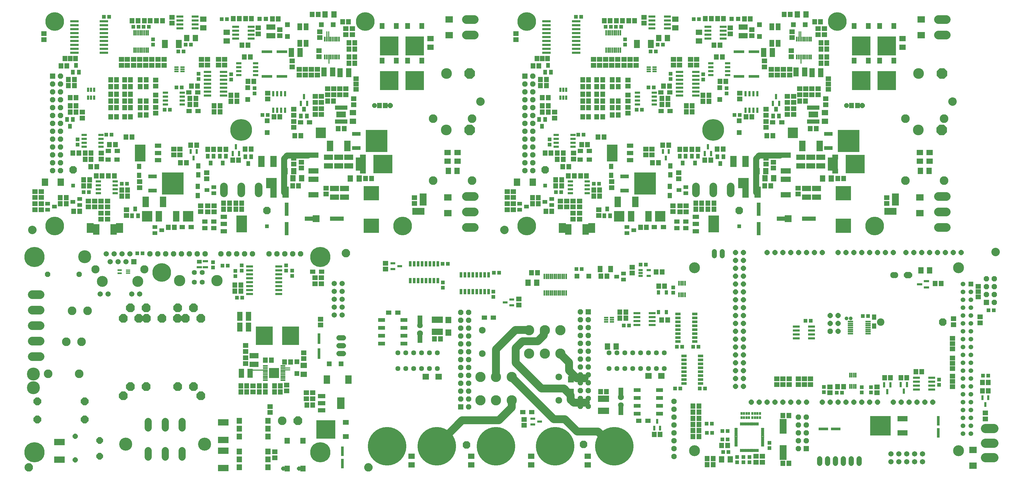
<source format=gts>
G75*
G70*
%OFA0B0*%
%FSLAX24Y24*%
%IPPOS*%
%LPD*%
%AMOC8*
5,1,8,0,0,1.08239X$1,22.5*
%
%ADD10R,0.1275X0.1700*%
%ADD11C,0.0120*%
%ADD12C,0.0140*%
%ADD13C,0.0760*%
%ADD14C,0.1000*%
%ADD15R,0.0671X0.0552*%
%ADD16R,0.0513X0.0474*%
%ADD17R,0.0671X0.0592*%
%ADD18R,0.0592X0.0671*%
%ADD19R,0.0789X0.0710*%
%ADD20R,0.0760X0.0270*%
%ADD21R,0.0218X0.0710*%
%ADD22R,0.1080X0.0300*%
%ADD23R,0.0474X0.0513*%
%ADD24C,0.0973*%
%ADD25C,0.2759*%
%ADD26R,0.0552X0.0671*%
%ADD27R,0.0830X0.0530*%
%ADD28R,0.1375X0.2125*%
%ADD29R,0.0690X0.0316*%
%ADD30R,0.0474X0.0631*%
%ADD31R,0.0631X0.0474*%
%ADD32R,0.0789X0.1340*%
%ADD33R,0.0300X0.0680*%
%ADD34R,0.0300X0.0600*%
%ADD35R,0.1060X0.0450*%
%ADD36R,0.2770X0.2850*%
%ADD37R,0.0828X0.1419*%
%ADD38R,0.0860X0.0300*%
%ADD39R,0.0674X0.0674*%
%ADD40OC8,0.0674*%
%ADD41R,0.1143X0.0710*%
%ADD42R,0.0710X0.0790*%
%ADD43R,0.2444X0.2365*%
%ADD44R,0.0749X0.0592*%
%ADD45R,0.1280X0.0680*%
%ADD46R,0.0260X0.0580*%
%ADD47R,0.1240X0.0770*%
%ADD48R,0.0710X0.0789*%
%ADD49R,0.1360X0.0380*%
%ADD50R,0.0710X0.1143*%
%ADD51R,0.0790X0.0710*%
%ADD52R,0.0552X0.0552*%
%ADD53R,0.0631X0.0631*%
%ADD54R,0.0220X0.0640*%
%ADD55C,0.1360*%
%ADD56OC8,0.1360*%
%ADD57R,0.2365X0.2444*%
%ADD58R,0.0592X0.0749*%
%ADD59R,0.0316X0.0690*%
%ADD60R,0.0540X0.0220*%
%ADD61R,0.0300X0.0580*%
%ADD62R,0.0946X0.0316*%
%ADD63C,0.1100*%
%ADD64R,0.0510X0.1680*%
%ADD65R,0.0946X0.0789*%
%ADD66R,0.0789X0.0946*%
%ADD67OC8,0.0946*%
%ADD68R,0.0516X0.0516*%
%ADD69R,0.1539X0.0909*%
%ADD70R,0.0909X0.1539*%
%ADD71R,0.0631X0.0907*%
%ADD72OC8,0.0640*%
%ADD73OC8,0.0600*%
%ADD74R,0.1939X0.1841*%
%ADD75C,0.1100*%
%ADD76R,0.1720X0.0550*%
%ADD77OC8,0.1100*%
%ADD78R,0.0671X0.0749*%
%ADD79R,0.0640X0.0220*%
%ADD80R,0.1298X0.1298*%
%ADD81R,0.2165X0.2362*%
%ADD82OC8,0.0973*%
%ADD83C,0.0907*%
%ADD84R,0.1340X0.0789*%
%ADD85OC8,0.0840*%
%ADD86C,0.1653*%
%ADD87R,0.0678X0.0781*%
%ADD88R,0.0789X0.1064*%
%ADD89C,0.0674*%
%ADD90C,0.0674*%
%ADD91R,0.0960X0.0560*%
%ADD92R,0.0953X0.1504*%
%ADD93C,0.0640*%
%ADD94C,0.1436*%
%ADD95C,0.1039*%
%ADD96C,0.1386*%
%ADD97R,0.0380X0.1360*%
%ADD98R,0.0520X0.0180*%
%ADD99R,0.0520X0.0200*%
%ADD100R,0.0600X0.0450*%
%ADD101R,0.0700X0.0300*%
%ADD102OC8,0.0680*%
%ADD103R,0.0867X0.0474*%
%ADD104R,0.0220X0.0710*%
%ADD105R,0.0600X0.0300*%
%ADD106R,0.2641X0.2483*%
%ADD107R,0.1261X0.0710*%
%ADD108R,0.1210X0.0380*%
%ADD109C,0.0477*%
%ADD110R,0.0660X0.0220*%
%ADD111R,0.0867X0.1852*%
%ADD112R,0.0680X0.0300*%
%ADD113C,0.0780*%
%ADD114OC8,0.0780*%
%ADD115OC8,0.0710*%
%ADD116C,0.0710*%
%ADD117R,0.0631X0.1497*%
%ADD118R,0.1419X0.0828*%
%ADD119R,0.0380X0.1210*%
%ADD120C,0.0640*%
%ADD121C,0.0946*%
%ADD122OC8,0.0634*%
%ADD123R,0.0320X0.0690*%
%ADD124R,0.0749X0.0789*%
%ADD125C,0.1299*%
%ADD126C,0.0848*%
%ADD127C,0.4885*%
%ADD128C,0.1172*%
%ADD129R,0.0690X0.0320*%
%ADD130R,0.0430X0.0580*%
%ADD131C,0.0595*%
%ADD132R,0.0595X0.0595*%
%ADD133R,0.0580X0.0300*%
%ADD134R,0.0631X0.0789*%
%ADD135R,0.0789X0.0749*%
%ADD136C,0.0634*%
%ADD137C,0.0103*%
%ADD138R,0.0277X0.0336*%
%ADD139R,0.0220X0.0600*%
%ADD140C,0.0480*%
%ADD141C,0.0050*%
%ADD142R,0.0516X0.0516*%
%ADD143C,0.2365*%
%ADD144C,0.2562*%
%ADD145C,0.1650*%
%ADD146OC8,0.0516*%
D10*
X049009Y044422D03*
X108851Y044422D03*
D11*
X104814Y057197D02*
X104814Y057997D01*
X044971Y057997D02*
X044971Y057197D01*
X036671Y018247D02*
X035296Y018247D01*
D12*
X039046Y018272D02*
X039996Y018272D01*
X039996Y018522D02*
X039071Y018522D01*
X044721Y060272D02*
X044721Y061197D01*
X044946Y061197D02*
X044946Y060272D01*
X104564Y060272D02*
X104564Y061197D01*
X104789Y061197D02*
X104789Y060272D01*
D13*
X102139Y045497D02*
X099489Y045497D01*
X099114Y045122D01*
X099114Y040822D01*
X042296Y045497D02*
X039646Y045497D01*
X039271Y045122D01*
X039271Y040822D01*
D14*
X066146Y020872D02*
X068621Y023347D01*
X070346Y023347D01*
X071446Y021897D02*
X072221Y022672D01*
X072221Y023422D01*
X071446Y021897D02*
X069496Y021897D01*
X068646Y021047D01*
X068646Y019172D01*
X071921Y015897D01*
X074771Y015897D01*
X075621Y015047D01*
X075621Y014472D01*
X075996Y014097D01*
X077546Y014097D01*
X074871Y012022D02*
X073471Y012022D01*
X068221Y017272D01*
X068196Y017322D02*
X068121Y017322D01*
X066146Y017422D02*
X066096Y017372D01*
X066146Y017422D02*
X066146Y020872D01*
X074321Y020297D02*
X075396Y019222D01*
X075396Y018197D01*
X076371Y017222D01*
X077371Y017222D01*
X074871Y012022D02*
X076446Y010447D01*
X079071Y010447D01*
X080621Y008897D01*
X080796Y008897D01*
X068146Y013497D02*
X066521Y011872D01*
X061846Y011872D01*
X058996Y009022D01*
X068146Y013497D02*
X068146Y014472D01*
D15*
X069525Y012897D03*
X070667Y012897D03*
X084252Y011809D03*
X085393Y011809D03*
X065817Y024922D03*
X064675Y024922D03*
X053692Y025547D03*
X052550Y025547D03*
X044042Y030747D03*
X042900Y030747D03*
X030367Y036272D03*
X030367Y037122D03*
X029225Y037122D03*
X029225Y036272D03*
X027517Y036397D03*
X026375Y036397D03*
X018117Y044972D03*
X016975Y044972D03*
X017000Y046072D03*
X018142Y046072D03*
X027225Y051147D03*
X028367Y051147D03*
X028342Y053522D03*
X027200Y053522D03*
X041375Y049697D03*
X042517Y049697D03*
X076843Y046072D03*
X077985Y046072D03*
X077960Y044972D03*
X076818Y044972D03*
X087068Y051147D03*
X088210Y051147D03*
X088185Y053522D03*
X087043Y053522D03*
X101218Y049697D03*
X102360Y049697D03*
X090210Y037122D03*
X090210Y036272D03*
X089068Y036272D03*
X089068Y037122D03*
X087360Y036397D03*
X086218Y036397D03*
D16*
X085131Y031647D03*
X084461Y031647D03*
X083006Y023897D03*
X082336Y023897D03*
X089061Y021197D03*
X089731Y021197D03*
X091136Y021197D03*
X091806Y021197D03*
X091986Y015922D03*
X092656Y015922D03*
X089506Y015922D03*
X088836Y015922D03*
X092836Y011447D03*
X093506Y011447D03*
X094836Y010497D03*
X095506Y010497D03*
X093531Y010272D03*
X092861Y010272D03*
X094836Y009447D03*
X095506Y009447D03*
X095606Y007847D03*
X094936Y007847D03*
X109336Y015372D03*
X110006Y015372D03*
X106031Y024497D03*
X105361Y024497D03*
X112636Y025122D03*
X113306Y025122D03*
X128586Y025847D03*
X129256Y025847D03*
X128531Y017547D03*
X127861Y017547D03*
X079223Y041897D03*
X078554Y041897D03*
X074398Y040847D03*
X073729Y040847D03*
X076579Y048147D03*
X077248Y048147D03*
X083979Y051297D03*
X084648Y051297D03*
X085479Y054147D03*
X086148Y054147D03*
X086398Y058722D03*
X085729Y058722D03*
X086654Y059572D03*
X087323Y059572D03*
X081998Y061847D03*
X081329Y061847D03*
X080698Y061847D03*
X080029Y061847D03*
X076948Y063122D03*
X076279Y063122D03*
X095389Y054031D03*
X095389Y053362D03*
X060031Y031747D03*
X059361Y031747D03*
X065861Y030597D03*
X066531Y030597D03*
X024806Y051297D03*
X024136Y051297D03*
X025636Y054147D03*
X026306Y054147D03*
X026556Y058722D03*
X025886Y058722D03*
X026811Y059572D03*
X027481Y059572D03*
X022156Y061847D03*
X021486Y061847D03*
X020856Y061847D03*
X020186Y061847D03*
X017106Y063122D03*
X016436Y063122D03*
X035546Y054031D03*
X035546Y053362D03*
X017406Y048147D03*
X016736Y048147D03*
X018711Y041897D03*
X019381Y041897D03*
X014556Y040847D03*
X013886Y040847D03*
D17*
X014471Y039721D03*
X014471Y038973D03*
X015271Y038973D03*
X015271Y039721D03*
X016071Y039721D03*
X016071Y038973D03*
X016896Y038973D03*
X016896Y039721D03*
X019321Y038621D03*
X019321Y037873D03*
X016896Y038171D03*
X016896Y037423D03*
X016071Y037423D03*
X016071Y038171D03*
X020971Y041423D03*
X020971Y042171D03*
X016121Y045048D03*
X016121Y045796D03*
X013721Y050248D03*
X013721Y050996D03*
X023021Y050878D03*
X023021Y051626D03*
X023021Y052423D03*
X023021Y053171D03*
X023021Y054323D03*
X023021Y055071D03*
X023296Y056948D03*
X023296Y057696D03*
X022521Y057696D03*
X022521Y056948D03*
X021746Y056948D03*
X021746Y057696D03*
X020971Y057696D03*
X020971Y056948D03*
X020196Y056948D03*
X020196Y057696D03*
X019421Y057696D03*
X019421Y056948D03*
X018671Y056948D03*
X018671Y057696D03*
X024071Y057696D03*
X024071Y056948D03*
X028796Y056973D03*
X028796Y057721D03*
X029571Y057721D03*
X029571Y056973D03*
X030971Y056973D03*
X030971Y057721D03*
X031746Y057721D03*
X031746Y056973D03*
X037196Y053421D03*
X037196Y052673D03*
X040521Y051371D03*
X040521Y050623D03*
X040521Y049821D03*
X040521Y049073D03*
X043246Y050698D03*
X043246Y051446D03*
X044021Y051446D03*
X044021Y050698D03*
X044021Y052248D03*
X044021Y052996D03*
X043246Y052996D03*
X043246Y052248D03*
X044796Y053223D03*
X044796Y053971D03*
X045571Y053971D03*
X045571Y053223D03*
X046346Y053223D03*
X046346Y053971D03*
X047121Y053971D03*
X047121Y053223D03*
X048096Y052696D03*
X048096Y051948D03*
X048421Y053903D03*
X048421Y054572D03*
X048421Y055241D03*
X043521Y055698D03*
X043521Y056446D03*
X042746Y056446D03*
X042746Y055698D03*
X041971Y055698D03*
X041971Y056446D03*
X041196Y056446D03*
X041196Y055698D03*
X040321Y056748D03*
X040321Y057496D03*
X043721Y058048D03*
X043721Y058796D03*
X043821Y060473D03*
X043821Y061221D03*
X047121Y060848D03*
X047121Y061596D03*
X047946Y061596D03*
X047946Y060848D03*
X038746Y060723D03*
X038746Y061471D03*
X035996Y061696D03*
X035996Y060948D03*
X025071Y062298D03*
X025071Y063046D03*
X008846Y060971D03*
X008846Y060223D03*
X025296Y046321D03*
X025296Y045573D03*
X026071Y045573D03*
X026071Y046321D03*
X029471Y043296D03*
X029471Y042548D03*
X029621Y039096D03*
X029621Y038348D03*
X030396Y038348D03*
X030396Y039096D03*
X028721Y039121D03*
X028721Y038373D03*
X040521Y044398D03*
X040521Y045146D03*
X041471Y044646D03*
X041471Y043898D03*
X044596Y041346D03*
X044596Y040598D03*
X055821Y040146D03*
X055821Y039398D03*
X067564Y039371D03*
X067564Y038623D03*
X068339Y038623D03*
X068339Y039371D03*
X068339Y040173D03*
X068339Y040921D03*
X067564Y040921D03*
X067564Y040173D03*
X074314Y039721D03*
X074314Y038973D03*
X075114Y038973D03*
X075114Y039721D03*
X075914Y039721D03*
X075914Y038973D03*
X076739Y038973D03*
X076739Y039721D03*
X079164Y038621D03*
X079164Y037873D03*
X076739Y038171D03*
X076739Y037423D03*
X075914Y037423D03*
X075914Y038171D03*
X080814Y041423D03*
X080814Y042171D03*
X075964Y045048D03*
X075964Y045796D03*
X073564Y050248D03*
X073564Y050996D03*
X082864Y050878D03*
X082864Y051626D03*
X082864Y052423D03*
X082864Y053171D03*
X082864Y054323D03*
X082864Y055071D03*
X083139Y056948D03*
X083139Y057696D03*
X083914Y057696D03*
X083914Y056948D03*
X082364Y056948D03*
X082364Y057696D03*
X081589Y057696D03*
X081589Y056948D03*
X080814Y056948D03*
X080814Y057696D03*
X080039Y057696D03*
X080039Y056948D03*
X079264Y056948D03*
X079264Y057696D03*
X078514Y057696D03*
X078514Y056948D03*
X088639Y056973D03*
X088639Y057721D03*
X089414Y057721D03*
X089414Y056973D03*
X090814Y056973D03*
X090814Y057721D03*
X091589Y057721D03*
X091589Y056973D03*
X097039Y053421D03*
X097039Y052673D03*
X100364Y051371D03*
X100364Y050623D03*
X100364Y049821D03*
X100364Y049073D03*
X103089Y050698D03*
X103089Y051446D03*
X103864Y051446D03*
X103864Y050698D03*
X103864Y052248D03*
X103864Y052996D03*
X103089Y052996D03*
X103089Y052248D03*
X104639Y053223D03*
X104639Y053971D03*
X105414Y053971D03*
X105414Y053223D03*
X106189Y053223D03*
X106189Y053971D03*
X106964Y053971D03*
X106964Y053223D03*
X107939Y052696D03*
X107939Y051948D03*
X108264Y053903D03*
X108264Y054572D03*
X108264Y055241D03*
X103364Y055698D03*
X103364Y056446D03*
X102589Y056446D03*
X102589Y055698D03*
X101814Y055698D03*
X101814Y056446D03*
X101039Y056446D03*
X101039Y055698D03*
X100164Y056748D03*
X100164Y057496D03*
X103564Y058048D03*
X103564Y058796D03*
X103664Y060473D03*
X103664Y061221D03*
X106964Y060848D03*
X106964Y061596D03*
X107789Y061596D03*
X107789Y060848D03*
X098589Y060723D03*
X098589Y061471D03*
X095839Y061696D03*
X095839Y060948D03*
X084914Y062298D03*
X084914Y063046D03*
X068689Y060971D03*
X068689Y060223D03*
X085139Y046321D03*
X085139Y045573D03*
X085914Y045573D03*
X085914Y046321D03*
X089314Y043296D03*
X089314Y042548D03*
X089464Y039096D03*
X089464Y038348D03*
X090239Y038348D03*
X090239Y039096D03*
X088564Y039121D03*
X088564Y038373D03*
X100364Y044398D03*
X100364Y045146D03*
X101314Y044646D03*
X101314Y043898D03*
X104439Y041346D03*
X104439Y040598D03*
X115664Y040146D03*
X115664Y039398D03*
X127271Y028866D03*
X127271Y028197D03*
X127271Y027528D03*
X127496Y024996D03*
X127496Y024248D03*
X124146Y024023D03*
X124146Y024771D03*
X123996Y022266D03*
X123996Y021597D03*
X123996Y020928D03*
X123996Y019791D03*
X123996Y019122D03*
X123996Y018453D03*
X123996Y017466D03*
X123996Y016797D03*
X123996Y016128D03*
X128171Y012796D03*
X128171Y012048D03*
X114446Y015373D03*
X114446Y016121D03*
X108471Y016121D03*
X108471Y015373D03*
X106021Y016398D03*
X106021Y017146D03*
X105246Y017146D03*
X105246Y016398D03*
X104471Y016398D03*
X104471Y017146D03*
X103296Y017146D03*
X103296Y016398D03*
X102521Y016398D03*
X102521Y017146D03*
X101746Y017146D03*
X101746Y016398D03*
X099896Y007296D03*
X099896Y006548D03*
X099121Y006548D03*
X099121Y007296D03*
X069721Y011229D03*
X069721Y011977D03*
X043896Y023973D03*
X043896Y024721D03*
X043996Y029223D03*
X043221Y029223D03*
X043221Y029971D03*
X043996Y029971D03*
X052146Y031073D03*
X052146Y031821D03*
X069046Y027271D03*
X069046Y026523D03*
X083396Y030573D03*
X083396Y031321D03*
X042921Y015371D03*
X042921Y014623D03*
X042096Y014623D03*
X042096Y015371D03*
X039621Y015598D03*
X039621Y016346D03*
X035346Y016231D03*
X035346Y015483D03*
X037496Y013621D03*
X037496Y012873D03*
X038096Y007871D03*
X038096Y007123D03*
X034396Y019073D03*
X034396Y019821D03*
X034396Y020623D03*
X034396Y021371D03*
X041771Y020446D03*
X041771Y019698D03*
X008496Y038623D03*
X008496Y039371D03*
X007721Y039371D03*
X007721Y038623D03*
X007721Y040173D03*
X007721Y040921D03*
X008496Y040921D03*
X008496Y040173D03*
D18*
X010922Y040147D03*
X011670Y040147D03*
X011670Y039372D03*
X010922Y039372D03*
X012622Y038397D03*
X013370Y038397D03*
X013872Y041635D03*
X014620Y041635D03*
X014626Y042416D03*
X013878Y042416D03*
X015472Y042922D03*
X016220Y042922D03*
X017022Y042922D03*
X017770Y042922D03*
X018697Y041122D03*
X019445Y041122D03*
X019445Y040354D03*
X018697Y040354D03*
X024622Y036372D03*
X025370Y036372D03*
X031622Y038672D03*
X032370Y038672D03*
X032370Y039447D03*
X031622Y039447D03*
X033172Y039447D03*
X033920Y039447D03*
X033920Y038672D03*
X033172Y038672D03*
X040372Y041647D03*
X041120Y041647D03*
X033520Y044897D03*
X032772Y044897D03*
X031895Y046272D03*
X031147Y046272D03*
X030345Y046272D03*
X029597Y046272D03*
X028195Y046797D03*
X027447Y046797D03*
X026895Y044572D03*
X026147Y044572D03*
X019995Y047847D03*
X019247Y047847D03*
X017899Y046891D03*
X017151Y046891D03*
X014820Y045797D03*
X014072Y045797D03*
X014072Y044997D03*
X014820Y044997D03*
X014776Y044071D03*
X015524Y044071D03*
X013270Y045797D03*
X012522Y045797D03*
X017297Y050422D03*
X018045Y050422D03*
X019072Y050422D03*
X019820Y050422D03*
X021047Y050647D03*
X021795Y050647D03*
X021795Y051572D03*
X021047Y051572D03*
X021047Y052422D03*
X021795Y052422D03*
X019820Y052422D03*
X019072Y052422D03*
X019072Y053267D03*
X019820Y053267D03*
X019820Y054247D03*
X019072Y054247D03*
X018045Y054247D03*
X017297Y054247D03*
X017297Y053267D03*
X018045Y053267D03*
X018045Y052422D03*
X017297Y052422D03*
X017297Y051572D03*
X018045Y051572D03*
X019072Y051571D03*
X019820Y051571D03*
X021047Y054247D03*
X021795Y054247D03*
X021795Y055097D03*
X021047Y055097D03*
X019820Y055097D03*
X019072Y055097D03*
X018045Y055097D03*
X017297Y055097D03*
X012695Y055147D03*
X011947Y055147D03*
X011947Y054372D03*
X012695Y054372D03*
X012920Y052847D03*
X012172Y052847D03*
X012172Y051797D03*
X012920Y051797D03*
X012920Y051022D03*
X012172Y051022D03*
X011745Y056872D03*
X010997Y056872D03*
X011502Y057822D03*
X012171Y057822D03*
X012840Y057822D03*
X020022Y062622D03*
X020770Y062622D03*
X021572Y062622D03*
X022320Y062622D03*
X023122Y062622D03*
X023870Y062622D03*
X032847Y062872D03*
X033595Y062872D03*
X034397Y062872D03*
X035145Y062872D03*
X037797Y062847D03*
X038545Y062847D03*
X042847Y063397D03*
X043595Y063397D03*
X046697Y062472D03*
X047445Y062472D03*
X047497Y059797D03*
X048245Y059797D03*
X048245Y059022D03*
X047497Y059022D03*
X047497Y057997D03*
X048245Y057997D03*
X048245Y057222D03*
X047497Y057222D03*
X045545Y052422D03*
X044797Y052422D03*
X051372Y051847D03*
X052120Y051847D03*
X046895Y048897D03*
X046147Y048897D03*
X041395Y048022D03*
X040647Y048022D03*
X038745Y050397D03*
X037997Y050397D03*
X033295Y052372D03*
X032547Y052372D03*
X032547Y053147D03*
X033295Y053147D03*
X034697Y054922D03*
X035445Y054922D03*
X031170Y051822D03*
X030422Y051822D03*
X030422Y051047D03*
X031170Y051047D03*
X028095Y051972D03*
X027347Y051972D03*
X027347Y052747D03*
X028095Y052747D03*
X028295Y054322D03*
X027547Y054322D03*
X034247Y058022D03*
X034995Y058022D03*
X034695Y059522D03*
X033947Y059522D03*
X034347Y046322D03*
X035095Y046322D03*
X049622Y042572D03*
X050370Y042572D03*
X070765Y040147D03*
X071513Y040147D03*
X071513Y039372D03*
X070765Y039372D03*
X072465Y038397D03*
X073213Y038397D03*
X073715Y041635D03*
X074463Y041635D03*
X074469Y042416D03*
X073721Y042416D03*
X075315Y042922D03*
X076063Y042922D03*
X076865Y042922D03*
X077613Y042922D03*
X078540Y041122D03*
X079288Y041122D03*
X079288Y040354D03*
X078540Y040354D03*
X084465Y036372D03*
X085213Y036372D03*
X091465Y038672D03*
X092213Y038672D03*
X092213Y039447D03*
X091465Y039447D03*
X093015Y039447D03*
X093763Y039447D03*
X093763Y038672D03*
X093015Y038672D03*
X100215Y041647D03*
X100963Y041647D03*
X093363Y044897D03*
X092615Y044897D03*
X091738Y046272D03*
X090990Y046272D03*
X090188Y046272D03*
X089440Y046272D03*
X088038Y046797D03*
X087290Y046797D03*
X086738Y044572D03*
X085990Y044572D03*
X079838Y047847D03*
X079090Y047847D03*
X077742Y046891D03*
X076994Y046891D03*
X074663Y045797D03*
X073915Y045797D03*
X073915Y044997D03*
X074663Y044997D03*
X074619Y044071D03*
X075367Y044071D03*
X073113Y045797D03*
X072365Y045797D03*
X077140Y050422D03*
X077888Y050422D03*
X078915Y050422D03*
X079663Y050422D03*
X080890Y050647D03*
X081638Y050647D03*
X081638Y051572D03*
X080890Y051572D03*
X080890Y052422D03*
X081638Y052422D03*
X079663Y052422D03*
X078915Y052422D03*
X078915Y053267D03*
X079663Y053267D03*
X079663Y054247D03*
X078915Y054247D03*
X077888Y054247D03*
X077140Y054247D03*
X077140Y053267D03*
X077888Y053267D03*
X077888Y052422D03*
X077140Y052422D03*
X077140Y051572D03*
X077888Y051572D03*
X078915Y051571D03*
X079663Y051571D03*
X080890Y054247D03*
X081638Y054247D03*
X081638Y055097D03*
X080890Y055097D03*
X079663Y055097D03*
X078915Y055097D03*
X077888Y055097D03*
X077140Y055097D03*
X072538Y055147D03*
X071790Y055147D03*
X071790Y054372D03*
X072538Y054372D03*
X072763Y052847D03*
X072015Y052847D03*
X072015Y051797D03*
X072763Y051797D03*
X072763Y051022D03*
X072015Y051022D03*
X071588Y056872D03*
X070840Y056872D03*
X071344Y057822D03*
X072014Y057822D03*
X072683Y057822D03*
X079865Y062622D03*
X080613Y062622D03*
X081415Y062622D03*
X082163Y062622D03*
X082965Y062622D03*
X083713Y062622D03*
X092690Y062872D03*
X093438Y062872D03*
X094240Y062872D03*
X094988Y062872D03*
X097640Y062847D03*
X098388Y062847D03*
X102690Y063397D03*
X103438Y063397D03*
X106540Y062472D03*
X107288Y062472D03*
X107340Y059797D03*
X108088Y059797D03*
X108088Y059022D03*
X107340Y059022D03*
X107340Y057997D03*
X108088Y057997D03*
X108088Y057222D03*
X107340Y057222D03*
X105388Y052422D03*
X104640Y052422D03*
X111215Y051847D03*
X111963Y051847D03*
X106738Y048897D03*
X105990Y048897D03*
X101238Y048022D03*
X100490Y048022D03*
X098588Y050397D03*
X097840Y050397D03*
X093138Y052372D03*
X092390Y052372D03*
X092390Y053147D03*
X093138Y053147D03*
X094540Y054922D03*
X095288Y054922D03*
X091013Y051822D03*
X090265Y051822D03*
X090265Y051047D03*
X091013Y051047D03*
X087938Y051972D03*
X087190Y051972D03*
X087190Y052747D03*
X087938Y052747D03*
X088138Y054322D03*
X087390Y054322D03*
X094090Y058022D03*
X094838Y058022D03*
X094538Y059522D03*
X093790Y059522D03*
X094190Y046322D03*
X094938Y046322D03*
X109465Y042572D03*
X110213Y042572D03*
X087195Y030722D03*
X086447Y030722D03*
X086772Y028897D03*
X087520Y028897D03*
X082595Y025622D03*
X081847Y025622D03*
X081847Y024847D03*
X082595Y024847D03*
X087147Y024597D03*
X087895Y024597D03*
X080195Y030172D03*
X079447Y030172D03*
X071395Y030597D03*
X070647Y030597D03*
X059095Y022197D03*
X058347Y022197D03*
X042920Y013822D03*
X042172Y013822D03*
X038820Y015472D03*
X038072Y015472D03*
X038072Y016247D03*
X038820Y016247D03*
X036895Y016247D03*
X036147Y016247D03*
X036147Y015472D03*
X036895Y015472D03*
X034545Y015472D03*
X033797Y015472D03*
X033797Y016247D03*
X034545Y016247D03*
X039347Y019272D03*
X040095Y019272D03*
X037670Y019497D03*
X036922Y019497D03*
X033795Y028272D03*
X033047Y028272D03*
X033047Y029047D03*
X033795Y029047D03*
X079397Y015497D03*
X080145Y015497D03*
X086197Y010072D03*
X086945Y010072D03*
X091122Y009797D03*
X091870Y009797D03*
X091870Y010572D03*
X091122Y010572D03*
X091122Y011347D03*
X091870Y011347D03*
X091870Y012122D03*
X091122Y012122D03*
X091122Y012897D03*
X091870Y012897D03*
X091870Y013672D03*
X091122Y013672D03*
X094747Y008672D03*
X095495Y008672D03*
X093670Y007022D03*
X092922Y007022D03*
X092922Y006247D03*
X093670Y006247D03*
X102522Y006422D03*
X103270Y006422D03*
X103270Y012472D03*
X102522Y012472D03*
X109447Y016147D03*
X110195Y016147D03*
X115397Y017272D03*
X116145Y017272D03*
X117472Y017272D03*
X118220Y017272D03*
X119372Y018047D03*
X120120Y018047D03*
X127797Y016672D03*
X128545Y016672D03*
X128545Y015597D03*
X127797Y015597D03*
X122570Y029247D03*
X121822Y029247D03*
D19*
X121114Y044771D03*
X121114Y045873D03*
X119864Y045873D03*
X119864Y044771D03*
X107839Y049846D03*
X107839Y050948D03*
X091864Y060046D03*
X091864Y061148D03*
X088889Y061696D03*
X088889Y062798D03*
X061271Y045873D03*
X061271Y044771D03*
X060021Y044771D03*
X060021Y045873D03*
X047996Y049846D03*
X047996Y050948D03*
X032021Y060046D03*
X032021Y061148D03*
X029046Y061696D03*
X029046Y062798D03*
X055446Y007298D03*
X055446Y006196D03*
X063021Y006196D03*
X063021Y007298D03*
X070621Y007298D03*
X070621Y006196D03*
X077771Y006196D03*
X077771Y007298D03*
D20*
X084009Y059292D03*
X084009Y059542D03*
X084009Y059802D03*
X084009Y060052D03*
X085769Y060052D03*
X085769Y059802D03*
X085769Y059542D03*
X085769Y059292D03*
X025926Y059292D03*
X025926Y059542D03*
X025926Y059802D03*
X025926Y060052D03*
X024166Y060052D03*
X024166Y059802D03*
X024166Y059542D03*
X024166Y059292D03*
D21*
X022057Y058869D03*
X021801Y058869D03*
X021545Y058869D03*
X021289Y058869D03*
X021033Y058869D03*
X020777Y058869D03*
X020522Y058869D03*
X020266Y058869D03*
X020266Y061074D03*
X020522Y061074D03*
X020777Y061074D03*
X021033Y061074D03*
X021289Y061074D03*
X021545Y061074D03*
X021801Y061074D03*
X022057Y061074D03*
X080108Y061074D03*
X080364Y061074D03*
X080620Y061074D03*
X080876Y061074D03*
X081132Y061074D03*
X081388Y061074D03*
X081644Y061074D03*
X081899Y061074D03*
X081899Y058869D03*
X081644Y058869D03*
X081388Y058869D03*
X081132Y058869D03*
X080876Y058869D03*
X080620Y058869D03*
X080364Y058869D03*
X080108Y058869D03*
D22*
X076294Y059047D03*
X076294Y059547D03*
X076294Y060047D03*
X076294Y060547D03*
X076294Y061047D03*
X076294Y061547D03*
X076294Y062047D03*
X076294Y062547D03*
X072534Y062547D03*
X072534Y062047D03*
X072534Y061547D03*
X072534Y061047D03*
X072534Y060547D03*
X072534Y060047D03*
X072534Y059547D03*
X072534Y059047D03*
X072534Y058547D03*
X076294Y058547D03*
X016451Y058547D03*
X016451Y059047D03*
X016451Y059547D03*
X016451Y060047D03*
X016451Y060547D03*
X016451Y061047D03*
X016451Y061547D03*
X016451Y062047D03*
X016451Y062547D03*
X012691Y062547D03*
X012691Y062047D03*
X012691Y061547D03*
X012691Y061047D03*
X012691Y060547D03*
X012691Y060047D03*
X012691Y059547D03*
X012691Y059047D03*
X012691Y058547D03*
D23*
X022671Y059562D03*
X022671Y060231D03*
X028446Y055881D03*
X028446Y055212D03*
X032571Y055137D03*
X032571Y055806D03*
X036536Y050647D03*
X037206Y050647D03*
X013096Y047556D03*
X013096Y046887D03*
X020686Y033072D03*
X021356Y033072D03*
X030271Y031956D03*
X030271Y031287D03*
X031486Y031522D03*
X032156Y031522D03*
X033121Y030856D03*
X033121Y030187D03*
X033896Y030862D03*
X033896Y031531D03*
X039546Y031531D03*
X039546Y030862D03*
X040321Y030881D03*
X040321Y030212D03*
X033981Y027447D03*
X033311Y027447D03*
X059396Y028712D03*
X059396Y029381D03*
X065821Y028206D03*
X065821Y027537D03*
X076336Y031072D03*
X077006Y031072D03*
X088621Y028731D03*
X088621Y028062D03*
X107696Y016106D03*
X107696Y015437D03*
X112496Y015412D03*
X112496Y016081D03*
X113671Y016081D03*
X113671Y015412D03*
X122321Y016362D03*
X122321Y017031D03*
X100796Y009006D03*
X100796Y008337D03*
X098271Y007206D03*
X098271Y006537D03*
X097496Y006537D03*
X097496Y007206D03*
X096721Y007206D03*
X096721Y006537D03*
X072939Y046887D03*
X072939Y047556D03*
X088289Y055212D03*
X088289Y055881D03*
X092414Y055806D03*
X092414Y055137D03*
X096379Y050647D03*
X097048Y050647D03*
X082514Y059562D03*
X082514Y060231D03*
X091204Y062822D03*
X091873Y062822D03*
X032031Y062822D03*
X031361Y062822D03*
D24*
X031627Y041590D02*
X031627Y040705D01*
X033827Y040705D02*
X033827Y041590D01*
X036027Y041590D02*
X036027Y040705D01*
X091470Y040705D02*
X091470Y041590D01*
X093670Y041590D02*
X093670Y040705D01*
X095870Y040705D02*
X095870Y041590D01*
D25*
X093670Y048748D03*
X033827Y048748D03*
D26*
X028396Y044193D03*
X028396Y043051D03*
X028346Y041568D03*
X028346Y040426D03*
X020896Y042976D03*
X020896Y044118D03*
X080739Y044118D03*
X080739Y042976D03*
X088239Y043051D03*
X088239Y044193D03*
X088189Y041568D03*
X088189Y040426D03*
X114071Y024993D03*
X114071Y023851D03*
D27*
X091479Y035887D03*
X091479Y036797D03*
X091479Y037707D03*
X083149Y044912D03*
X083149Y045822D03*
X083149Y046732D03*
X031636Y037707D03*
X031636Y036797D03*
X031636Y035887D03*
X023306Y044912D03*
X023306Y045822D03*
X023306Y046732D03*
D28*
X021036Y045822D03*
X033906Y036797D03*
X080879Y045822D03*
X093749Y036797D03*
D29*
X077702Y040699D03*
X077702Y041199D03*
X077702Y041699D03*
X077702Y042199D03*
X075576Y042199D03*
X075576Y041699D03*
X075576Y041199D03*
X075576Y040699D03*
X075902Y046599D03*
X075902Y047099D03*
X075902Y047599D03*
X075902Y048099D03*
X073776Y048099D03*
X073776Y047599D03*
X073776Y047099D03*
X073776Y046599D03*
X084076Y051974D03*
X084076Y052474D03*
X084076Y052974D03*
X084076Y053474D03*
X086202Y053474D03*
X086202Y052974D03*
X086202Y052474D03*
X086202Y051974D03*
X093376Y055699D03*
X093376Y056199D03*
X093376Y056699D03*
X093376Y057199D03*
X095502Y057199D03*
X095502Y056699D03*
X095502Y056199D03*
X095502Y055699D03*
X035659Y055699D03*
X035659Y056199D03*
X035659Y056699D03*
X035659Y057199D03*
X033533Y057199D03*
X033533Y056699D03*
X033533Y056199D03*
X033533Y055699D03*
X026359Y053474D03*
X026359Y052974D03*
X026359Y052474D03*
X026359Y051974D03*
X024233Y051974D03*
X024233Y052474D03*
X024233Y052974D03*
X024233Y053474D03*
X016059Y048099D03*
X016059Y047599D03*
X016059Y047099D03*
X016059Y046599D03*
X013933Y046599D03*
X013933Y047099D03*
X013933Y047599D03*
X013933Y048099D03*
X015733Y042199D03*
X015733Y041699D03*
X015733Y041199D03*
X015733Y040699D03*
X017859Y040699D03*
X017859Y041199D03*
X017859Y041699D03*
X017859Y042199D03*
D30*
X020396Y038705D03*
X020022Y037839D03*
X020770Y037839D03*
X029971Y044539D03*
X029597Y045405D03*
X030345Y045405D03*
X031147Y045405D03*
X031895Y045405D03*
X031521Y044539D03*
X034372Y045330D03*
X035120Y045330D03*
X034746Y044464D03*
X041422Y050514D03*
X042170Y050514D03*
X041796Y051380D03*
X013270Y056089D03*
X012522Y056089D03*
X012896Y056955D03*
X012520Y050080D03*
X011772Y050080D03*
X012146Y049214D03*
X071615Y050080D03*
X072363Y050080D03*
X071989Y049214D03*
X072365Y056089D03*
X073113Y056089D03*
X072739Y056955D03*
X089440Y045405D03*
X090188Y045405D03*
X090990Y045405D03*
X091738Y045405D03*
X091364Y044539D03*
X089814Y044539D03*
X094215Y045330D03*
X094963Y045330D03*
X094589Y044464D03*
X101265Y050514D03*
X102013Y050514D03*
X101639Y051380D03*
X080239Y038705D03*
X080613Y037839D03*
X079865Y037839D03*
D31*
X082756Y036396D03*
X082756Y035648D03*
X083622Y036022D03*
X090222Y040723D03*
X090222Y041471D03*
X089356Y041097D03*
X073222Y039971D03*
X073222Y039223D03*
X072356Y039597D03*
X070022Y038997D03*
X069156Y039371D03*
X069156Y038623D03*
X081438Y030122D03*
X082304Y030496D03*
X082304Y029748D03*
X030379Y040723D03*
X030379Y041471D03*
X029513Y041097D03*
X022913Y036396D03*
X022913Y035648D03*
X023779Y036022D03*
X013379Y039223D03*
X013379Y039971D03*
X012513Y039597D03*
X010179Y038997D03*
X009313Y039371D03*
X009313Y038623D03*
D32*
X015469Y036122D03*
X017673Y036122D03*
X023419Y037772D03*
X023948Y039597D03*
X021744Y039597D03*
X025623Y037772D03*
X045119Y046697D03*
X047323Y046697D03*
X075311Y036122D03*
X077516Y036122D03*
X083261Y037772D03*
X083791Y039597D03*
X081586Y039597D03*
X085466Y037772D03*
X104961Y046697D03*
X107166Y046697D03*
D33*
X102039Y052122D03*
X101239Y052122D03*
X101639Y052972D03*
X093014Y046597D03*
X093414Y045747D03*
X092614Y045747D03*
X042196Y052122D03*
X041396Y052122D03*
X041796Y052972D03*
X033171Y046597D03*
X032771Y045747D03*
X033571Y045747D03*
X115346Y016372D03*
X116146Y016372D03*
X115746Y015522D03*
X117446Y016422D03*
X118246Y016422D03*
X117846Y015572D03*
D34*
X127801Y014752D03*
X128541Y014752D03*
X128171Y013892D03*
X086941Y010892D03*
X086201Y010892D03*
X086571Y011752D03*
X087664Y045167D03*
X088034Y046027D03*
X087294Y046027D03*
X028191Y046027D03*
X027451Y046027D03*
X027821Y045167D03*
D35*
X022603Y042855D03*
X022603Y041055D03*
X048426Y046447D03*
X048426Y048247D03*
X082445Y042855D03*
X082445Y041055D03*
X108269Y046447D03*
X108269Y048247D03*
D36*
X110849Y047347D03*
X085025Y041955D03*
X051006Y047347D03*
X025183Y041955D03*
D37*
X036403Y044747D03*
X037939Y044747D03*
X037928Y040847D03*
X039464Y040847D03*
X096246Y044747D03*
X097781Y044747D03*
X097771Y040847D03*
X099306Y040847D03*
D38*
X085941Y025472D03*
X085941Y024972D03*
X085941Y024472D03*
X085941Y023972D03*
X084001Y023972D03*
X084001Y024472D03*
X084001Y024972D03*
X084001Y025472D03*
X104201Y023772D03*
X104201Y023272D03*
X104201Y022772D03*
X104201Y022272D03*
X106141Y022272D03*
X106141Y022772D03*
X106141Y023272D03*
X106141Y023772D03*
X119426Y017272D03*
X119426Y016772D03*
X119426Y016272D03*
X119426Y015772D03*
X121366Y015772D03*
X121366Y016272D03*
X121366Y016772D03*
X121366Y017272D03*
X038596Y027897D03*
X038596Y028397D03*
X038596Y028897D03*
X038596Y029397D03*
X038596Y029897D03*
X038596Y030397D03*
X038596Y030897D03*
X038596Y031397D03*
X034896Y031397D03*
X034896Y030897D03*
X034896Y030397D03*
X034896Y029897D03*
X034896Y029397D03*
X034896Y028897D03*
X034896Y028397D03*
X034896Y027897D03*
X035091Y060347D03*
X035091Y060847D03*
X035091Y061347D03*
X035091Y061847D03*
X033151Y061847D03*
X033151Y061347D03*
X033151Y060847D03*
X033151Y060347D03*
X028016Y061647D03*
X028016Y062147D03*
X028016Y062647D03*
X028016Y063147D03*
X026076Y063147D03*
X026076Y062647D03*
X026076Y062147D03*
X026076Y061647D03*
X085919Y061647D03*
X085919Y062147D03*
X085919Y062647D03*
X085919Y063147D03*
X087859Y063147D03*
X087859Y062647D03*
X087859Y062147D03*
X087859Y061647D03*
X092994Y061847D03*
X092994Y061347D03*
X092994Y060847D03*
X092994Y060347D03*
X094934Y060347D03*
X094934Y060847D03*
X094934Y061347D03*
X094934Y061847D03*
D39*
X069796Y055563D03*
X020226Y032021D03*
X061682Y013586D03*
X077824Y025641D03*
X105471Y008272D03*
X128321Y026847D03*
X009953Y055563D03*
D40*
X010953Y055563D03*
X010953Y054563D03*
X009953Y054563D03*
X009953Y053563D03*
X010953Y053563D03*
X010953Y052563D03*
X009953Y052563D03*
X009953Y051563D03*
X010953Y051563D03*
X010953Y050563D03*
X009953Y050563D03*
X009953Y049563D03*
X010953Y049563D03*
X010953Y048563D03*
X009953Y048563D03*
X009953Y047563D03*
X010953Y047563D03*
X010953Y046563D03*
X009953Y046563D03*
X009953Y045563D03*
X010953Y045563D03*
X010953Y044563D03*
X009953Y044563D03*
X009953Y043563D03*
X010953Y043563D03*
X022271Y033022D03*
X023271Y033022D03*
X024271Y033022D03*
X025271Y033022D03*
X026271Y033022D03*
X027271Y033022D03*
X028271Y033022D03*
X029271Y033022D03*
X031271Y033022D03*
X032271Y033022D03*
X033271Y033022D03*
X034271Y033022D03*
X035271Y033022D03*
X037371Y033022D03*
X038371Y033022D03*
X039371Y033022D03*
X040371Y033022D03*
X041371Y033022D03*
X061682Y025586D03*
X061682Y024586D03*
X062682Y024586D03*
X062682Y025586D03*
X062682Y023586D03*
X062682Y022586D03*
X062682Y021586D03*
X061682Y021586D03*
X061682Y022586D03*
X061682Y023586D03*
X061682Y020586D03*
X061682Y019586D03*
X062682Y019586D03*
X062682Y020586D03*
X062682Y018586D03*
X062682Y017586D03*
X061682Y017586D03*
X061682Y018586D03*
X061682Y016586D03*
X061682Y015586D03*
X062682Y015586D03*
X062682Y016586D03*
X062682Y014586D03*
X062682Y013586D03*
X061682Y014586D03*
X076824Y014641D03*
X077824Y014641D03*
X077824Y015641D03*
X076824Y015641D03*
X076824Y016641D03*
X077824Y016641D03*
X077824Y017641D03*
X076824Y017641D03*
X076824Y018641D03*
X077824Y018641D03*
X077824Y019641D03*
X076824Y019641D03*
X076824Y020641D03*
X077824Y020641D03*
X077824Y021641D03*
X076824Y021641D03*
X076824Y022641D03*
X077824Y022641D03*
X077824Y023641D03*
X076824Y023641D03*
X076824Y024641D03*
X077824Y024641D03*
X076824Y025641D03*
X088721Y014272D03*
X088721Y013272D03*
X088721Y012272D03*
X088721Y011272D03*
X088721Y010272D03*
X088721Y009272D03*
X088721Y008272D03*
X088721Y007272D03*
X077824Y013641D03*
X076824Y013641D03*
X104471Y012272D03*
X105471Y012272D03*
X105471Y011272D03*
X104471Y011272D03*
X104471Y010272D03*
X105471Y010272D03*
X105471Y009272D03*
X104471Y009272D03*
X104471Y008272D03*
X129321Y026847D03*
X129321Y027847D03*
X129321Y028847D03*
X129321Y029847D03*
X128321Y029847D03*
X128321Y028847D03*
X128321Y027847D03*
X070796Y043563D03*
X069796Y043563D03*
X069796Y044563D03*
X070796Y044563D03*
X070796Y045563D03*
X070796Y046563D03*
X069796Y046563D03*
X069796Y045563D03*
X069796Y047563D03*
X070796Y047563D03*
X070796Y048563D03*
X069796Y048563D03*
X069796Y049563D03*
X070796Y049563D03*
X070796Y050563D03*
X069796Y050563D03*
X069796Y051563D03*
X070796Y051563D03*
X070796Y052563D03*
X070796Y053563D03*
X069796Y053563D03*
X069796Y052563D03*
X069796Y054563D03*
X070796Y054563D03*
X070796Y055563D03*
D41*
X047471Y045273D03*
X046196Y045273D03*
X044921Y045273D03*
X044921Y044171D03*
X046196Y044171D03*
X047471Y044171D03*
X046946Y041323D03*
X045671Y041323D03*
X045671Y040221D03*
X046946Y040221D03*
X035471Y020073D03*
X035471Y018971D03*
X105514Y040221D03*
X106789Y040221D03*
X106789Y041323D03*
X105514Y041323D03*
X106039Y044171D03*
X107314Y044171D03*
X104764Y044171D03*
X104764Y045273D03*
X106039Y045273D03*
X107314Y045273D03*
X097464Y060696D03*
X097464Y061798D03*
X037621Y061798D03*
X037621Y060696D03*
D42*
X044486Y063397D03*
X045606Y063397D03*
X047686Y042572D03*
X048806Y042572D03*
X080261Y021247D03*
X081381Y021247D03*
X107529Y042572D03*
X108648Y042572D03*
X105448Y063397D03*
X104329Y063397D03*
D43*
X111663Y044397D03*
X051820Y044397D03*
X044572Y010697D03*
D44*
X047108Y011596D03*
X047108Y009797D03*
X049285Y043497D03*
X049285Y045296D03*
X109127Y045296D03*
X109127Y043497D03*
D45*
X102864Y043557D03*
X102864Y042487D03*
X102864Y040507D03*
X102864Y045537D03*
X043021Y045537D03*
X043021Y043557D03*
X043021Y042487D03*
X043021Y040507D03*
D46*
X045879Y049817D03*
X046135Y049817D03*
X046391Y049817D03*
X046651Y049817D03*
X046907Y049817D03*
X047163Y049817D03*
X047163Y051577D03*
X046907Y051577D03*
X046651Y051577D03*
X046391Y051577D03*
X046135Y051577D03*
X045879Y051577D03*
X105722Y051577D03*
X105978Y051577D03*
X106234Y051577D03*
X106494Y051577D03*
X106749Y051577D03*
X107005Y051577D03*
X107005Y049817D03*
X106749Y049817D03*
X106494Y049817D03*
X106234Y049817D03*
X105978Y049817D03*
X105722Y049817D03*
D47*
X106364Y050697D03*
X046521Y050697D03*
D48*
X040497Y043522D03*
X040395Y042597D03*
X041497Y042597D03*
X039395Y043522D03*
X060095Y043547D03*
X061197Y043547D03*
X070195Y029347D03*
X071297Y029347D03*
X099237Y043522D03*
X100340Y043522D03*
X100237Y042597D03*
X101340Y042597D03*
X119937Y043547D03*
X121040Y043547D03*
X121122Y030897D03*
X120020Y030897D03*
X095847Y006897D03*
X094745Y006897D03*
X087890Y060397D03*
X086787Y060397D03*
X028047Y060397D03*
X026945Y060397D03*
D49*
X037096Y058672D03*
X038996Y058672D03*
X038996Y055547D03*
X037096Y055547D03*
X096939Y055547D03*
X098839Y055547D03*
X098839Y058672D03*
X096939Y058672D03*
D50*
X100062Y058572D03*
X101165Y058572D03*
X104187Y056122D03*
X105290Y056122D03*
X106212Y055997D03*
X107315Y055997D03*
X047472Y055997D03*
X046370Y055997D03*
X045447Y056122D03*
X044345Y056122D03*
X041322Y058572D03*
X040220Y058572D03*
X034772Y025072D03*
X033670Y025072D03*
X033670Y023697D03*
X034772Y023697D03*
X034972Y017847D03*
X033870Y017847D03*
D51*
X041771Y017712D03*
X041771Y018832D03*
X057846Y059237D03*
X057846Y060357D03*
X117689Y060357D03*
X117689Y059237D03*
D52*
X096827Y062847D03*
X096000Y062847D03*
X036985Y062847D03*
X036158Y062847D03*
D53*
X039696Y062095D03*
X039696Y060599D03*
X043998Y062097D03*
X045494Y062097D03*
X034671Y054095D03*
X034671Y052599D03*
X037146Y049920D03*
X037146Y048424D03*
X076398Y030172D03*
X077894Y030172D03*
X046519Y019047D03*
X045023Y019047D03*
X040896Y019320D03*
X040896Y017824D03*
X096989Y048424D03*
X096989Y049920D03*
X094514Y052599D03*
X094514Y054095D03*
X099539Y060599D03*
X099539Y062095D03*
X103841Y062097D03*
X105337Y062097D03*
D54*
X105319Y060267D03*
X105569Y060267D03*
X105829Y060267D03*
X106089Y060267D03*
X105059Y060267D03*
X104809Y060267D03*
X104549Y060267D03*
X104289Y060267D03*
X104289Y058027D03*
X104549Y058027D03*
X104809Y058027D03*
X105059Y058027D03*
X105319Y058027D03*
X105569Y058027D03*
X105829Y058027D03*
X106089Y058027D03*
X046246Y058027D03*
X045986Y058027D03*
X045726Y058027D03*
X045476Y058027D03*
X045216Y058027D03*
X044966Y058027D03*
X044706Y058027D03*
X044446Y058027D03*
X044446Y060267D03*
X044706Y060267D03*
X044966Y060267D03*
X045216Y060267D03*
X045476Y060267D03*
X045726Y060267D03*
X045986Y060267D03*
X046246Y060267D03*
D55*
X059870Y055897D03*
X059845Y048747D03*
X119687Y048747D03*
X119712Y055897D03*
D56*
X122665Y055897D03*
X122640Y048747D03*
X062798Y048747D03*
X062823Y055897D03*
D57*
X055846Y054998D03*
X052596Y054998D03*
X052596Y059423D03*
X055846Y059423D03*
X112439Y059423D03*
X115689Y059423D03*
X115689Y054998D03*
X112439Y054998D03*
D58*
X113338Y057533D03*
X114789Y057533D03*
X116588Y057533D03*
X111539Y057533D03*
X111539Y061958D03*
X113338Y061958D03*
X114789Y061958D03*
X116588Y061958D03*
X056746Y061958D03*
X054947Y061958D03*
X053496Y061958D03*
X051697Y061958D03*
X051697Y057533D03*
X053496Y057533D03*
X054947Y057533D03*
X056746Y057533D03*
D59*
X039423Y053360D03*
X038923Y053360D03*
X038423Y053360D03*
X037923Y053360D03*
X037923Y051234D03*
X038423Y051234D03*
X038923Y051234D03*
X039423Y051234D03*
X097766Y051234D03*
X098266Y051234D03*
X098766Y051234D03*
X099266Y051234D03*
X099266Y053360D03*
X098766Y053360D03*
X098266Y053360D03*
X097766Y053360D03*
D60*
X086234Y056187D03*
X086234Y056447D03*
X086234Y056707D03*
X085494Y056707D03*
X085494Y056447D03*
X085494Y056187D03*
X026391Y056187D03*
X026391Y056447D03*
X026391Y056707D03*
X025651Y056707D03*
X025651Y056447D03*
X025651Y056187D03*
X080101Y024907D03*
X080101Y024647D03*
X080101Y024387D03*
X080841Y024387D03*
X080841Y024647D03*
X080841Y024907D03*
D61*
X075034Y052837D03*
X074664Y052837D03*
X074294Y052837D03*
X074294Y053857D03*
X074664Y053857D03*
X075034Y053857D03*
X015191Y053857D03*
X014821Y053857D03*
X014451Y053857D03*
X014451Y052837D03*
X014821Y052837D03*
X015191Y052837D03*
D62*
X029576Y053097D03*
X029576Y053597D03*
X029576Y054097D03*
X029576Y054597D03*
X029576Y055097D03*
X029576Y055597D03*
X029576Y056097D03*
X031616Y056097D03*
X031616Y055597D03*
X031616Y055097D03*
X031616Y054597D03*
X031616Y054097D03*
X031616Y053597D03*
X031616Y053097D03*
X089419Y053097D03*
X089419Y053597D03*
X089419Y054097D03*
X089419Y054597D03*
X089419Y055097D03*
X089419Y055597D03*
X089419Y056097D03*
X091459Y056097D03*
X091459Y055597D03*
X091459Y055097D03*
X091459Y054597D03*
X091459Y054097D03*
X091459Y053597D03*
X091459Y053097D03*
D63*
X063371Y060797D02*
X062371Y060797D01*
X062371Y062765D02*
X063371Y062765D01*
X063371Y040309D02*
X062371Y040309D01*
X062371Y038340D02*
X063371Y038340D01*
X063371Y036372D02*
X062371Y036372D01*
X008328Y027843D02*
X007328Y027843D01*
X007328Y025874D02*
X008328Y025874D01*
X008328Y023906D02*
X007328Y023906D01*
X007328Y021937D02*
X008328Y021937D01*
X008328Y019969D02*
X007328Y019969D01*
X122214Y036372D02*
X123214Y036372D01*
X123214Y038340D02*
X122214Y038340D01*
X122214Y040309D02*
X123214Y040309D01*
X123214Y060797D02*
X122214Y060797D01*
X122214Y062765D02*
X123214Y062765D01*
D64*
X099439Y038677D03*
X099439Y036217D03*
X039596Y036217D03*
X039596Y038677D03*
D65*
X060046Y038168D03*
X060046Y040176D03*
X060196Y060768D03*
X060196Y062776D03*
X120039Y062776D03*
X120039Y060768D03*
X119889Y040176D03*
X119889Y038168D03*
X126622Y008126D03*
X126622Y006118D03*
D66*
X070818Y042122D03*
X068810Y042122D03*
X010975Y042122D03*
X008967Y042122D03*
D67*
X012546Y043672D03*
X037121Y038497D03*
X072389Y043672D03*
X096964Y038497D03*
X122786Y024347D03*
X077253Y008803D03*
X062409Y008747D03*
D68*
X060409Y008747D03*
X075253Y008803D03*
X096964Y036497D03*
X072389Y041672D03*
X037121Y036497D03*
X012546Y041672D03*
D69*
X056296Y038422D03*
X116139Y038422D03*
D70*
X116764Y039922D03*
X056921Y039922D03*
D71*
X042065Y059734D03*
X041277Y059734D03*
X041277Y061860D03*
X042065Y061860D03*
X101120Y061860D03*
X101907Y061860D03*
X101907Y059734D03*
X101120Y059734D03*
D72*
X112589Y051847D03*
X052746Y051847D03*
X012821Y009847D03*
X012821Y006847D03*
D73*
X050746Y051847D03*
X110589Y051847D03*
D74*
X110189Y040714D03*
X110189Y036572D03*
X050346Y036572D03*
X050346Y040714D03*
D75*
X058185Y042310D03*
X063107Y042310D03*
X063107Y050184D03*
X058185Y050184D03*
X014370Y025790D03*
X012420Y025790D03*
X011672Y021853D03*
X013622Y021853D03*
X013321Y017787D03*
X009384Y017787D03*
X039047Y011812D03*
X118028Y042310D03*
X122949Y042310D03*
X122949Y050184D03*
X118028Y050184D03*
D76*
X105814Y037472D03*
X102614Y037472D03*
X045971Y037472D03*
X042771Y037472D03*
D77*
X027821Y026147D03*
X025821Y026147D03*
X025790Y024818D03*
X026774Y024818D03*
X028742Y024818D03*
X023821Y024818D03*
X021853Y024818D03*
X020868Y024818D03*
X018900Y024818D03*
X019821Y026147D03*
X021821Y026147D03*
X021821Y016147D03*
X019821Y016147D03*
X018900Y014976D03*
X025821Y016147D03*
X027821Y016147D03*
X028742Y014976D03*
X041047Y011812D03*
D78*
X041675Y009294D03*
X039667Y009294D03*
X039667Y005750D03*
X041675Y005750D03*
D79*
X039141Y016972D03*
X039141Y017232D03*
X039141Y017492D03*
X039141Y017742D03*
X039141Y018002D03*
X039141Y018252D03*
X039141Y018512D03*
X039141Y018772D03*
X036901Y018772D03*
X036901Y018512D03*
X036901Y018252D03*
X036901Y018002D03*
X036901Y017742D03*
X036901Y017492D03*
X036901Y017232D03*
X036901Y016972D03*
D80*
X038021Y017872D03*
D81*
X036773Y022597D03*
X040119Y022597D03*
D82*
X014006Y014292D03*
X014006Y011986D03*
X008006Y011986D03*
X008006Y014292D03*
D83*
X022046Y011734D02*
X022046Y010909D01*
X024196Y010909D02*
X024196Y011734D01*
X026346Y011734D02*
X026346Y010909D01*
X026346Y008034D02*
X026346Y007209D01*
X024196Y007209D02*
X024196Y008034D01*
X022046Y008034D02*
X022046Y007209D01*
D84*
X031571Y008024D03*
X031571Y009394D03*
X031571Y011599D03*
X031571Y005819D03*
X010796Y006894D03*
X010796Y009099D03*
D85*
X015896Y009322D03*
X015896Y007322D03*
D86*
X019221Y008847D03*
X029221Y008847D03*
D87*
X033592Y007922D03*
X033592Y006922D03*
X033592Y005922D03*
X037250Y005922D03*
X037250Y006922D03*
X037250Y007922D03*
X037250Y009822D03*
X037250Y010822D03*
X037250Y011822D03*
X033592Y011822D03*
X033592Y010822D03*
X033592Y009822D03*
D88*
X044713Y017047D03*
X047429Y017047D03*
D89*
X046818Y020347D02*
X046224Y020347D01*
X046224Y021347D02*
X046818Y021347D01*
X046818Y022347D02*
X046224Y022347D01*
X107171Y006994D02*
X107171Y006400D01*
X108171Y006400D02*
X108171Y006994D01*
X109171Y006994D02*
X109171Y006400D01*
X110171Y006400D02*
X110171Y006994D01*
X111171Y006994D02*
X111171Y006400D01*
X112171Y006400D02*
X112171Y006994D01*
D90*
X116196Y006597D03*
X116196Y007597D03*
X117196Y007597D03*
X118196Y007597D03*
X119196Y007597D03*
X120196Y007597D03*
X120196Y006597D03*
X119196Y006597D03*
X118196Y006597D03*
X117196Y006597D03*
X046640Y025259D03*
X045640Y025259D03*
X045640Y026259D03*
X046640Y026259D03*
X046640Y027259D03*
X045640Y027259D03*
X045640Y028259D03*
X046640Y028259D03*
X046640Y029259D03*
X045640Y029259D03*
X020966Y027903D03*
X019966Y027903D03*
X016986Y027903D03*
X015986Y027903D03*
X017226Y032021D03*
X018226Y032021D03*
X019226Y032021D03*
X019726Y033021D03*
X018726Y033021D03*
X017726Y033021D03*
X016726Y033021D03*
D91*
X044026Y014957D03*
X044026Y014047D03*
X044026Y013137D03*
D92*
X046466Y014047D03*
D93*
X028904Y029398D03*
X027920Y029398D03*
X027920Y030658D03*
X028904Y030658D03*
D94*
X030782Y029595D03*
X026042Y029595D03*
D95*
X021576Y031052D03*
X015375Y031052D03*
D96*
X016226Y029521D03*
X020726Y029521D03*
X091307Y031228D03*
X124772Y031228D03*
X124772Y008000D03*
X091307Y008000D03*
D97*
X043721Y020347D03*
X043721Y022247D03*
D98*
X019511Y030547D03*
X019511Y030747D03*
X019511Y030947D03*
D99*
X018431Y030947D03*
X018431Y030547D03*
D100*
X028546Y031997D03*
D101*
X028546Y031317D03*
X029296Y031317D03*
X029296Y032077D03*
D102*
X013321Y030422D03*
X009321Y030422D03*
X108517Y023162D03*
D103*
X086863Y015697D03*
X086863Y014697D03*
X086863Y013697D03*
X086863Y012697D03*
X084029Y012697D03*
X084029Y013697D03*
X084029Y014697D03*
X084029Y015697D03*
X054463Y021597D03*
X054463Y022597D03*
X054463Y023597D03*
X054463Y024597D03*
X051629Y024597D03*
X051629Y023597D03*
X051629Y022597D03*
X051629Y021597D03*
D104*
X072266Y028047D03*
X072526Y028047D03*
X072766Y028047D03*
X073026Y028047D03*
X073266Y028047D03*
X073526Y028047D03*
X073766Y028047D03*
X074026Y028047D03*
X074266Y028047D03*
X074526Y028047D03*
X074766Y028047D03*
X075026Y028047D03*
X075026Y030147D03*
X074766Y030147D03*
X074526Y030147D03*
X074266Y030147D03*
X074026Y030147D03*
X073766Y030147D03*
X073526Y030147D03*
X073266Y030147D03*
X073026Y030147D03*
X072766Y030147D03*
X072526Y030147D03*
X072266Y030147D03*
D105*
X068151Y027217D03*
X068151Y026477D03*
X067291Y026847D03*
X053926Y031447D03*
X053066Y031817D03*
X053066Y031077D03*
X070816Y012092D03*
X070816Y011352D03*
X071676Y011722D03*
D106*
X114859Y011172D03*
D107*
X117686Y012069D03*
X117686Y010274D03*
D108*
X109201Y010772D03*
X107641Y010772D03*
D109*
X110571Y024822D03*
X111122Y024822D03*
D110*
X111086Y024417D03*
X111086Y024157D03*
X111086Y023907D03*
X111086Y023647D03*
X111086Y023387D03*
X111086Y023137D03*
X111086Y022877D03*
X113306Y022877D03*
X113306Y023137D03*
X113306Y023387D03*
X113306Y023647D03*
X113306Y023907D03*
X113306Y024157D03*
X113306Y024417D03*
D111*
X102546Y011120D03*
X102546Y007774D03*
D112*
X119846Y029147D03*
X120696Y029547D03*
X120696Y028747D03*
D113*
X116746Y030297D03*
X116496Y030297D03*
D114*
X118246Y030297D03*
X118496Y030297D03*
D115*
X081971Y014797D03*
X056521Y022922D03*
D116*
X056521Y023922D03*
X081971Y013797D03*
D117*
X081971Y013273D03*
X081971Y015281D03*
X056521Y022438D03*
X056521Y024445D03*
D118*
X058721Y024640D03*
X058721Y023104D03*
X079771Y014615D03*
X079771Y013079D03*
D119*
X046671Y007952D03*
X046671Y006392D03*
X122196Y010267D03*
X122196Y011827D03*
D120*
X094821Y032767D02*
X094821Y033327D01*
X093821Y033327D02*
X093821Y032767D01*
D121*
X114916Y024347D03*
D122*
X109517Y024162D03*
X109517Y023162D03*
X108517Y024162D03*
X108517Y025162D03*
X109517Y025162D03*
X097517Y025162D03*
X097517Y026162D03*
X096517Y026162D03*
X096517Y025162D03*
X096517Y024162D03*
X097517Y024162D03*
X097517Y023162D03*
X096517Y023162D03*
X096517Y022162D03*
X097517Y022162D03*
X097517Y021162D03*
X096517Y021162D03*
X096517Y020162D03*
X097517Y020162D03*
X097517Y019162D03*
X097517Y018162D03*
X096517Y018162D03*
X096517Y019162D03*
X096517Y017162D03*
X097517Y017162D03*
X097517Y016162D03*
X096517Y016162D03*
X098517Y014162D03*
X099517Y014162D03*
X100517Y014162D03*
X101517Y014162D03*
X102517Y014162D03*
X103517Y014162D03*
X104517Y014162D03*
X105517Y014162D03*
X107517Y014162D03*
X108517Y014162D03*
X109517Y014162D03*
X110517Y014162D03*
X111517Y014162D03*
X112517Y014162D03*
X113517Y014162D03*
X114517Y014162D03*
X116517Y014162D03*
X117517Y014162D03*
X118517Y014162D03*
X119517Y014162D03*
X120517Y014162D03*
X121517Y014162D03*
X097517Y027162D03*
X097517Y028162D03*
X097517Y029162D03*
X096517Y029162D03*
X096517Y028162D03*
X096517Y027162D03*
X096517Y030162D03*
X097517Y030162D03*
X097517Y031162D03*
X096517Y031162D03*
X096517Y032162D03*
X097517Y032162D03*
X097517Y033162D03*
X096517Y033162D03*
X100517Y033162D03*
X101517Y033162D03*
X102517Y033162D03*
X103517Y033162D03*
X104517Y033162D03*
X105517Y033162D03*
X106517Y033162D03*
X107517Y033162D03*
X109517Y033162D03*
X110517Y033162D03*
X111517Y033162D03*
X112517Y033162D03*
X113517Y033162D03*
X114517Y033162D03*
X115517Y033162D03*
X116517Y033162D03*
X118117Y033162D03*
X119117Y033162D03*
X120117Y033162D03*
X121117Y033162D03*
X122117Y033162D03*
X123117Y033162D03*
X124117Y033162D03*
X125117Y033162D03*
D123*
X065196Y030332D03*
X064696Y030332D03*
X064196Y030332D03*
X063696Y030332D03*
X063196Y030332D03*
X062696Y030332D03*
X062196Y030332D03*
X061696Y030332D03*
X058771Y029612D03*
X058271Y029612D03*
X057771Y029612D03*
X057271Y029612D03*
X056771Y029612D03*
X056271Y029612D03*
X055771Y029612D03*
X055271Y029612D03*
X055271Y031732D03*
X055771Y031732D03*
X056271Y031732D03*
X056771Y031732D03*
X057271Y031732D03*
X057771Y031732D03*
X058271Y031732D03*
X058771Y031732D03*
X061696Y028212D03*
X062196Y028212D03*
X062696Y028212D03*
X063196Y028212D03*
X063696Y028212D03*
X064196Y028212D03*
X064696Y028212D03*
X065196Y028212D03*
D124*
X060096Y024622D03*
X060096Y023008D03*
X075646Y017079D03*
X075646Y015465D03*
D125*
X068142Y014409D03*
X066157Y014409D03*
X064173Y014409D03*
X064173Y017385D03*
X066157Y017385D03*
X068142Y017385D03*
X070351Y020334D03*
X072335Y020334D03*
X074319Y020334D03*
X074319Y023310D03*
X072335Y023310D03*
X070351Y023310D03*
D126*
X064398Y023310D03*
X064398Y020334D03*
X074094Y017385D03*
X074094Y014409D03*
D127*
X073650Y008590D03*
X066150Y008590D03*
X058650Y008590D03*
X052331Y008590D03*
X081150Y008590D03*
D128*
X128176Y008984D02*
X129241Y008984D01*
X129241Y007134D02*
X128176Y007134D01*
X128176Y010834D02*
X129241Y010834D01*
D129*
X092081Y016547D03*
X092081Y017047D03*
X092081Y017547D03*
X092081Y018047D03*
X092081Y018547D03*
X092081Y019047D03*
X092081Y019547D03*
X092081Y020047D03*
X089961Y020047D03*
X089961Y019547D03*
X089961Y019047D03*
X089961Y018547D03*
X089961Y018047D03*
X089961Y017547D03*
X089961Y017047D03*
X089961Y016547D03*
X089211Y021872D03*
X089211Y022372D03*
X089211Y022872D03*
X089211Y023372D03*
X089211Y023872D03*
X089211Y024372D03*
X089211Y024872D03*
X089211Y025372D03*
X091331Y025372D03*
X091331Y024872D03*
X091331Y024372D03*
X091331Y023872D03*
X091331Y023372D03*
X091331Y022872D03*
X091331Y022372D03*
X091331Y021872D03*
D130*
X087746Y025622D03*
X086746Y025622D03*
X086746Y028122D03*
X087746Y028122D03*
D131*
X125347Y028165D03*
X126347Y028165D03*
X126347Y027165D03*
X125347Y027165D03*
X125347Y026165D03*
X126347Y026165D03*
X126347Y025165D03*
X125347Y025165D03*
X125347Y024165D03*
X126347Y024165D03*
X126347Y023165D03*
X125347Y023165D03*
X125347Y022165D03*
X126347Y022165D03*
X126347Y021165D03*
X125347Y021165D03*
X125347Y020165D03*
X126347Y020165D03*
X126347Y019165D03*
X126347Y018165D03*
X125347Y018165D03*
X125347Y019165D03*
X125347Y017165D03*
X126347Y017165D03*
X126347Y016165D03*
X125347Y016165D03*
X125347Y015165D03*
X126347Y015165D03*
X126347Y014165D03*
X125347Y014165D03*
X125347Y013165D03*
X126347Y013165D03*
X126347Y012165D03*
X126347Y011165D03*
X125347Y011165D03*
X125347Y012165D03*
X125347Y010165D03*
X126347Y010165D03*
X125347Y029165D03*
D132*
X126347Y029165D03*
D133*
X085506Y030202D03*
X085506Y030942D03*
X084486Y030942D03*
X084486Y030572D03*
X084486Y030202D03*
D134*
X080690Y031072D03*
X079352Y031072D03*
D135*
X085489Y017497D03*
X087103Y017497D03*
X058859Y017397D03*
X057245Y017397D03*
D136*
X057709Y018433D03*
X058709Y018433D03*
X056709Y018433D03*
X055709Y018433D03*
X054709Y018433D03*
X053709Y018433D03*
X053709Y020433D03*
X054709Y020433D03*
X055709Y020433D03*
X056709Y020433D03*
X057709Y020433D03*
X058709Y020433D03*
X080481Y020433D03*
X081481Y020433D03*
X082481Y020433D03*
X083481Y020433D03*
X084481Y020433D03*
X085481Y020433D03*
X086481Y020433D03*
X087481Y020433D03*
X087481Y018433D03*
X086481Y018433D03*
X085481Y018433D03*
X084481Y018433D03*
X083481Y018433D03*
X082481Y018433D03*
X081481Y018433D03*
X080481Y018433D03*
D137*
X096407Y010778D02*
X096719Y010778D01*
X096407Y010778D02*
X096407Y010882D01*
X096719Y010882D01*
X096719Y010778D01*
X096719Y010880D02*
X096407Y010880D01*
X096407Y010581D02*
X096719Y010581D01*
X096407Y010581D02*
X096407Y010685D01*
X096719Y010685D01*
X096719Y010581D01*
X096719Y010683D02*
X096407Y010683D01*
X096407Y010384D02*
X096719Y010384D01*
X096407Y010384D02*
X096407Y010488D01*
X096719Y010488D01*
X096719Y010384D01*
X096719Y010486D02*
X096407Y010486D01*
X096407Y010187D02*
X096719Y010187D01*
X096407Y010187D02*
X096407Y010291D01*
X096719Y010291D01*
X096719Y010187D01*
X096719Y010289D02*
X096407Y010289D01*
X096407Y009990D02*
X096719Y009990D01*
X096407Y009990D02*
X096407Y010094D01*
X096719Y010094D01*
X096719Y009990D01*
X096719Y010092D02*
X096407Y010092D01*
X096407Y009793D02*
X096719Y009793D01*
X096407Y009793D02*
X096407Y009897D01*
X096719Y009897D01*
X096719Y009793D01*
X096719Y009895D02*
X096407Y009895D01*
X096407Y009596D02*
X096719Y009596D01*
X096407Y009596D02*
X096407Y009700D01*
X096719Y009700D01*
X096719Y009596D01*
X096719Y009698D02*
X096407Y009698D01*
X096407Y009400D02*
X096719Y009400D01*
X096407Y009400D02*
X096407Y009504D01*
X096719Y009504D01*
X096719Y009400D01*
X096719Y009502D02*
X096407Y009502D01*
X096407Y009203D02*
X096719Y009203D01*
X096407Y009203D02*
X096407Y009307D01*
X096719Y009307D01*
X096719Y009203D01*
X096719Y009305D02*
X096407Y009305D01*
X096407Y009006D02*
X096719Y009006D01*
X096407Y009006D02*
X096407Y009110D01*
X096719Y009110D01*
X096719Y009006D01*
X096719Y009108D02*
X096407Y009108D01*
X096407Y008809D02*
X096719Y008809D01*
X096407Y008809D02*
X096407Y008913D01*
X096719Y008913D01*
X096719Y008809D01*
X096719Y008911D02*
X096407Y008911D01*
X096407Y008612D02*
X096719Y008612D01*
X096407Y008612D02*
X096407Y008716D01*
X096719Y008716D01*
X096719Y008612D01*
X096719Y008714D02*
X096407Y008714D01*
X097215Y008220D02*
X097215Y007908D01*
X097111Y007908D01*
X097111Y008220D01*
X097215Y008220D01*
X097215Y008010D02*
X097111Y008010D01*
X097111Y008112D02*
X097215Y008112D01*
X097215Y008214D02*
X097111Y008214D01*
X097412Y008220D02*
X097412Y007908D01*
X097308Y007908D01*
X097308Y008220D01*
X097412Y008220D01*
X097412Y008010D02*
X097308Y008010D01*
X097308Y008112D02*
X097412Y008112D01*
X097412Y008214D02*
X097308Y008214D01*
X097609Y008220D02*
X097609Y007908D01*
X097505Y007908D01*
X097505Y008220D01*
X097609Y008220D01*
X097609Y008010D02*
X097505Y008010D01*
X097505Y008112D02*
X097609Y008112D01*
X097609Y008214D02*
X097505Y008214D01*
X097806Y008220D02*
X097806Y007908D01*
X097702Y007908D01*
X097702Y008220D01*
X097806Y008220D01*
X097806Y008010D02*
X097702Y008010D01*
X097702Y008112D02*
X097806Y008112D01*
X097806Y008214D02*
X097702Y008214D01*
X098003Y008220D02*
X098003Y007908D01*
X097899Y007908D01*
X097899Y008220D01*
X098003Y008220D01*
X098003Y008010D02*
X097899Y008010D01*
X097899Y008112D02*
X098003Y008112D01*
X098003Y008214D02*
X097899Y008214D01*
X098200Y008220D02*
X098200Y007908D01*
X098096Y007908D01*
X098096Y008220D01*
X098200Y008220D01*
X098200Y008010D02*
X098096Y008010D01*
X098096Y008112D02*
X098200Y008112D01*
X098200Y008214D02*
X098096Y008214D01*
X098397Y008220D02*
X098397Y007908D01*
X098293Y007908D01*
X098293Y008220D01*
X098397Y008220D01*
X098397Y008010D02*
X098293Y008010D01*
X098293Y008112D02*
X098397Y008112D01*
X098397Y008214D02*
X098293Y008214D01*
X098593Y008220D02*
X098593Y007908D01*
X098489Y007908D01*
X098489Y008220D01*
X098593Y008220D01*
X098593Y008010D02*
X098489Y008010D01*
X098489Y008112D02*
X098593Y008112D01*
X098593Y008214D02*
X098489Y008214D01*
X098790Y008220D02*
X098790Y007908D01*
X098686Y007908D01*
X098686Y008220D01*
X098790Y008220D01*
X098790Y008010D02*
X098686Y008010D01*
X098686Y008112D02*
X098790Y008112D01*
X098790Y008214D02*
X098686Y008214D01*
X098987Y008220D02*
X098987Y007908D01*
X098883Y007908D01*
X098883Y008220D01*
X098987Y008220D01*
X098987Y008010D02*
X098883Y008010D01*
X098883Y008112D02*
X098987Y008112D01*
X098987Y008214D02*
X098883Y008214D01*
X099184Y008220D02*
X099184Y007908D01*
X099080Y007908D01*
X099080Y008220D01*
X099184Y008220D01*
X099184Y008010D02*
X099080Y008010D01*
X099080Y008112D02*
X099184Y008112D01*
X099184Y008214D02*
X099080Y008214D01*
X099381Y008220D02*
X099381Y007908D01*
X099277Y007908D01*
X099277Y008220D01*
X099381Y008220D01*
X099381Y008010D02*
X099277Y008010D01*
X099277Y008112D02*
X099381Y008112D01*
X099381Y008214D02*
X099277Y008214D01*
X099773Y008612D02*
X100085Y008612D01*
X099773Y008612D02*
X099773Y008716D01*
X100085Y008716D01*
X100085Y008612D01*
X100085Y008714D02*
X099773Y008714D01*
X099773Y008809D02*
X100085Y008809D01*
X099773Y008809D02*
X099773Y008913D01*
X100085Y008913D01*
X100085Y008809D01*
X100085Y008911D02*
X099773Y008911D01*
X099773Y009006D02*
X100085Y009006D01*
X099773Y009006D02*
X099773Y009110D01*
X100085Y009110D01*
X100085Y009006D01*
X100085Y009108D02*
X099773Y009108D01*
X099773Y009203D02*
X100085Y009203D01*
X099773Y009203D02*
X099773Y009307D01*
X100085Y009307D01*
X100085Y009203D01*
X100085Y009305D02*
X099773Y009305D01*
X099773Y009400D02*
X100085Y009400D01*
X099773Y009400D02*
X099773Y009504D01*
X100085Y009504D01*
X100085Y009400D01*
X100085Y009502D02*
X099773Y009502D01*
X099773Y009596D02*
X100085Y009596D01*
X099773Y009596D02*
X099773Y009700D01*
X100085Y009700D01*
X100085Y009596D01*
X100085Y009698D02*
X099773Y009698D01*
X099773Y009793D02*
X100085Y009793D01*
X099773Y009793D02*
X099773Y009897D01*
X100085Y009897D01*
X100085Y009793D01*
X100085Y009895D02*
X099773Y009895D01*
X099773Y009990D02*
X100085Y009990D01*
X099773Y009990D02*
X099773Y010094D01*
X100085Y010094D01*
X100085Y009990D01*
X100085Y010092D02*
X099773Y010092D01*
X099773Y010187D02*
X100085Y010187D01*
X099773Y010187D02*
X099773Y010291D01*
X100085Y010291D01*
X100085Y010187D01*
X100085Y010289D02*
X099773Y010289D01*
X099773Y010384D02*
X100085Y010384D01*
X099773Y010384D02*
X099773Y010488D01*
X100085Y010488D01*
X100085Y010384D01*
X100085Y010486D02*
X099773Y010486D01*
X099773Y010581D02*
X100085Y010581D01*
X099773Y010581D02*
X099773Y010685D01*
X100085Y010685D01*
X100085Y010581D01*
X100085Y010683D02*
X099773Y010683D01*
X099773Y010778D02*
X100085Y010778D01*
X099773Y010778D02*
X099773Y010882D01*
X100085Y010882D01*
X100085Y010778D01*
X100085Y010880D02*
X099773Y010880D01*
X099381Y011274D02*
X099381Y011586D01*
X099381Y011274D02*
X099277Y011274D01*
X099277Y011586D01*
X099381Y011586D01*
X099381Y011376D02*
X099277Y011376D01*
X099277Y011478D02*
X099381Y011478D01*
X099381Y011580D02*
X099277Y011580D01*
X099184Y011586D02*
X099184Y011274D01*
X099080Y011274D01*
X099080Y011586D01*
X099184Y011586D01*
X099184Y011376D02*
X099080Y011376D01*
X099080Y011478D02*
X099184Y011478D01*
X099184Y011580D02*
X099080Y011580D01*
X098987Y011586D02*
X098987Y011274D01*
X098883Y011274D01*
X098883Y011586D01*
X098987Y011586D01*
X098987Y011376D02*
X098883Y011376D01*
X098883Y011478D02*
X098987Y011478D01*
X098987Y011580D02*
X098883Y011580D01*
X098790Y011586D02*
X098790Y011274D01*
X098686Y011274D01*
X098686Y011586D01*
X098790Y011586D01*
X098790Y011376D02*
X098686Y011376D01*
X098686Y011478D02*
X098790Y011478D01*
X098790Y011580D02*
X098686Y011580D01*
X098593Y011586D02*
X098593Y011274D01*
X098489Y011274D01*
X098489Y011586D01*
X098593Y011586D01*
X098593Y011376D02*
X098489Y011376D01*
X098489Y011478D02*
X098593Y011478D01*
X098593Y011580D02*
X098489Y011580D01*
X098397Y011586D02*
X098397Y011274D01*
X098293Y011274D01*
X098293Y011586D01*
X098397Y011586D01*
X098397Y011376D02*
X098293Y011376D01*
X098293Y011478D02*
X098397Y011478D01*
X098397Y011580D02*
X098293Y011580D01*
X098200Y011586D02*
X098200Y011274D01*
X098096Y011274D01*
X098096Y011586D01*
X098200Y011586D01*
X098200Y011376D02*
X098096Y011376D01*
X098096Y011478D02*
X098200Y011478D01*
X098200Y011580D02*
X098096Y011580D01*
X098003Y011586D02*
X098003Y011274D01*
X097899Y011274D01*
X097899Y011586D01*
X098003Y011586D01*
X098003Y011376D02*
X097899Y011376D01*
X097899Y011478D02*
X098003Y011478D01*
X098003Y011580D02*
X097899Y011580D01*
X097806Y011586D02*
X097806Y011274D01*
X097702Y011274D01*
X097702Y011586D01*
X097806Y011586D01*
X097806Y011376D02*
X097702Y011376D01*
X097702Y011478D02*
X097806Y011478D01*
X097806Y011580D02*
X097702Y011580D01*
X097609Y011586D02*
X097609Y011274D01*
X097505Y011274D01*
X097505Y011586D01*
X097609Y011586D01*
X097609Y011376D02*
X097505Y011376D01*
X097505Y011478D02*
X097609Y011478D01*
X097609Y011580D02*
X097505Y011580D01*
X097412Y011586D02*
X097412Y011274D01*
X097308Y011274D01*
X097308Y011586D01*
X097412Y011586D01*
X097412Y011376D02*
X097308Y011376D01*
X097308Y011478D02*
X097412Y011478D01*
X097412Y011580D02*
X097308Y011580D01*
X097215Y011586D02*
X097215Y011274D01*
X097111Y011274D01*
X097111Y011586D01*
X097215Y011586D01*
X097215Y011376D02*
X097111Y011376D01*
X097111Y011478D02*
X097215Y011478D01*
X097215Y011580D02*
X097111Y011580D01*
D138*
X097274Y012206D03*
X097589Y012206D03*
X097904Y012206D03*
X098219Y012206D03*
X098649Y012206D03*
X098964Y012206D03*
X099279Y012206D03*
X099594Y012206D03*
X099594Y012738D03*
X099279Y012738D03*
X098964Y012738D03*
X098649Y012738D03*
X098219Y012738D03*
X097904Y012738D03*
X097589Y012738D03*
X097274Y012738D03*
D139*
X110991Y016177D03*
X111241Y016177D03*
X111501Y016177D03*
X111751Y016177D03*
X111751Y017617D03*
X111501Y017617D03*
X111241Y017617D03*
X110991Y017617D03*
X090101Y027827D03*
X089851Y027827D03*
X089591Y027827D03*
X089341Y027827D03*
X089341Y029267D03*
X089591Y029267D03*
X089851Y029267D03*
X090101Y029267D03*
D140*
X067214Y036047D03*
X047121Y033097D03*
X064171Y052347D03*
X007371Y036047D03*
X006921Y005897D03*
X049971Y005897D03*
X129471Y033247D03*
X124014Y052347D03*
D141*
X006600Y005514D02*
X006538Y005575D01*
X006488Y005647D01*
X006451Y005726D01*
X007391Y005726D01*
X007354Y005647D01*
X007304Y005575D01*
X007243Y005514D01*
X007171Y005464D01*
X007092Y005427D01*
X007008Y005404D01*
X006921Y005397D01*
X006834Y005404D01*
X006750Y005427D01*
X006671Y005464D01*
X006600Y005514D01*
X006582Y005532D02*
X007261Y005532D01*
X007308Y005580D02*
X006535Y005580D01*
X006501Y005629D02*
X007342Y005629D01*
X007368Y005677D02*
X006474Y005677D01*
X006451Y005726D02*
X006429Y005810D01*
X006421Y005897D01*
X006429Y005984D01*
X006451Y006068D01*
X006488Y006147D01*
X006538Y006218D01*
X006600Y006280D01*
X006671Y006330D01*
X006750Y006367D01*
X006834Y006389D01*
X006921Y006397D01*
X007008Y006389D01*
X007092Y006367D01*
X007171Y006330D01*
X007243Y006280D01*
X007304Y006218D01*
X007354Y006147D01*
X007391Y006068D01*
X007414Y005984D01*
X007421Y005897D01*
X007414Y005810D01*
X007391Y005726D01*
X007404Y005774D02*
X006438Y005774D01*
X006428Y005823D02*
X007415Y005823D01*
X007419Y005871D02*
X006423Y005871D01*
X006423Y005920D02*
X007419Y005920D01*
X007415Y005968D02*
X006427Y005968D01*
X006438Y006017D02*
X007405Y006017D01*
X007392Y006065D02*
X006451Y006065D01*
X006473Y006114D02*
X007370Y006114D01*
X007343Y006162D02*
X006499Y006162D01*
X006533Y006211D02*
X007309Y006211D01*
X007263Y006259D02*
X006579Y006259D01*
X006640Y006308D02*
X007203Y006308D01*
X007114Y006356D02*
X006728Y006356D01*
X006643Y005483D02*
X007199Y005483D01*
X007109Y005435D02*
X006733Y005435D01*
X049471Y005897D02*
X049479Y005984D01*
X049501Y006068D01*
X049538Y006147D01*
X049588Y006218D01*
X049650Y006280D01*
X049721Y006330D01*
X049800Y006367D01*
X049884Y006389D01*
X049971Y006397D01*
X050058Y006389D01*
X050142Y006367D01*
X050221Y006330D01*
X050293Y006280D01*
X050354Y006218D01*
X050404Y006147D01*
X050441Y006068D01*
X050464Y005984D01*
X050471Y005897D01*
X050464Y005810D01*
X050441Y005726D01*
X049501Y005726D01*
X049479Y005810D01*
X049471Y005897D01*
X049473Y005920D02*
X050469Y005920D01*
X050465Y005968D02*
X049477Y005968D01*
X049488Y006017D02*
X050455Y006017D01*
X050442Y006065D02*
X049501Y006065D01*
X049523Y006114D02*
X050420Y006114D01*
X050393Y006162D02*
X049549Y006162D01*
X049583Y006211D02*
X050359Y006211D01*
X050313Y006259D02*
X049629Y006259D01*
X049690Y006308D02*
X050253Y006308D01*
X050164Y006356D02*
X049778Y006356D01*
X049473Y005871D02*
X050469Y005871D01*
X050465Y005823D02*
X049478Y005823D01*
X049488Y005774D02*
X050454Y005774D01*
X050441Y005726D02*
X050404Y005647D01*
X050354Y005575D01*
X050293Y005514D01*
X050221Y005464D01*
X050142Y005427D01*
X050058Y005404D01*
X049971Y005397D01*
X049884Y005404D01*
X049800Y005427D01*
X049721Y005464D01*
X049650Y005514D01*
X049588Y005575D01*
X049538Y005647D01*
X049501Y005726D01*
X049524Y005677D02*
X050418Y005677D01*
X050392Y005629D02*
X049551Y005629D01*
X049585Y005580D02*
X050358Y005580D01*
X050311Y005532D02*
X049632Y005532D01*
X049693Y005483D02*
X050249Y005483D01*
X050159Y005435D02*
X049783Y005435D01*
X047208Y032604D02*
X047121Y032597D01*
X047034Y032604D01*
X046950Y032627D01*
X046871Y032664D01*
X046800Y032714D01*
X046738Y032775D01*
X046688Y032847D01*
X046651Y032926D01*
X046629Y033010D01*
X046621Y033097D01*
X046629Y033184D01*
X046651Y033268D01*
X046688Y033347D01*
X046738Y033418D01*
X046800Y033480D01*
X046871Y033530D01*
X046950Y033567D01*
X047034Y033589D01*
X047121Y033597D01*
X047208Y033589D01*
X047292Y033567D01*
X047371Y033530D01*
X047443Y033480D01*
X047504Y033418D01*
X047554Y033347D01*
X047591Y033268D01*
X047614Y033184D01*
X047621Y033097D01*
X047614Y033010D01*
X047591Y032926D01*
X047554Y032847D01*
X047504Y032775D01*
X047443Y032714D01*
X047371Y032664D01*
X047292Y032627D01*
X047208Y032604D01*
X047327Y032643D02*
X046915Y032643D01*
X046831Y032692D02*
X047411Y032692D01*
X047469Y032740D02*
X046773Y032740D01*
X046729Y032789D02*
X047514Y032789D01*
X047548Y032837D02*
X046695Y032837D01*
X046670Y032886D02*
X047572Y032886D01*
X047593Y032934D02*
X046649Y032934D01*
X046636Y032983D02*
X047606Y032983D01*
X047615Y033031D02*
X046627Y033031D01*
X046623Y033080D02*
X047620Y033080D01*
X047618Y033128D02*
X046624Y033128D01*
X046628Y033177D02*
X047614Y033177D01*
X047602Y033225D02*
X046640Y033225D01*
X046654Y033274D02*
X047588Y033274D01*
X047565Y033322D02*
X046677Y033322D01*
X046705Y033371D02*
X047537Y033371D01*
X047503Y033419D02*
X046739Y033419D01*
X046788Y033468D02*
X047454Y033468D01*
X047390Y033516D02*
X046852Y033516D01*
X046946Y033565D02*
X047296Y033565D01*
X066721Y035960D02*
X066714Y036047D01*
X066721Y036134D01*
X066744Y036218D01*
X066781Y036297D01*
X066831Y036368D01*
X066892Y036430D01*
X066964Y036480D01*
X067043Y036517D01*
X067127Y036539D01*
X067214Y036547D01*
X067300Y036539D01*
X067385Y036517D01*
X067464Y036480D01*
X067535Y036430D01*
X067597Y036368D01*
X067647Y036297D01*
X067683Y036218D01*
X067706Y036134D01*
X067714Y036047D01*
X067706Y035960D01*
X067683Y035876D01*
X067647Y035797D01*
X067597Y035725D01*
X067535Y035664D01*
X067464Y035614D01*
X067385Y035577D01*
X067300Y035554D01*
X067214Y035547D01*
X067127Y035554D01*
X067043Y035577D01*
X066964Y035614D01*
X066892Y035664D01*
X066831Y035725D01*
X066781Y035797D01*
X066744Y035876D01*
X066721Y035960D01*
X066726Y035942D02*
X067701Y035942D01*
X067709Y035990D02*
X066719Y035990D01*
X066714Y036039D02*
X067713Y036039D01*
X067710Y036087D02*
X066717Y036087D01*
X066722Y036136D02*
X067706Y036136D01*
X067693Y036184D02*
X066735Y036184D01*
X066751Y036233D02*
X067677Y036233D01*
X067654Y036281D02*
X066773Y036281D01*
X066804Y036330D02*
X067624Y036330D01*
X067587Y036378D02*
X066840Y036378D01*
X066889Y036427D02*
X067538Y036427D01*
X067471Y036475D02*
X066957Y036475D01*
X067068Y036524D02*
X067359Y036524D01*
X067688Y035893D02*
X066739Y035893D01*
X066758Y035845D02*
X067669Y035845D01*
X067646Y035796D02*
X066781Y035796D01*
X066815Y035748D02*
X067612Y035748D01*
X067570Y035699D02*
X066857Y035699D01*
X066911Y035651D02*
X067516Y035651D01*
X067438Y035602D02*
X066989Y035602D01*
X067138Y035554D02*
X067290Y035554D01*
X064258Y051854D02*
X064171Y051847D01*
X064084Y051854D01*
X064000Y051877D01*
X063921Y051914D01*
X063850Y051964D01*
X063788Y052025D01*
X063738Y052097D01*
X063701Y052176D01*
X063679Y052260D01*
X063671Y052347D01*
X063679Y052434D01*
X063701Y052518D01*
X063738Y052597D01*
X063788Y052668D01*
X063850Y052730D01*
X063921Y052780D01*
X064000Y052817D01*
X064084Y052839D01*
X064171Y052847D01*
X064258Y052839D01*
X064342Y052817D01*
X064421Y052780D01*
X064493Y052730D01*
X064554Y052668D01*
X064604Y052597D01*
X064641Y052518D01*
X064664Y052434D01*
X064671Y052347D01*
X064664Y052260D01*
X064641Y052176D01*
X064604Y052097D01*
X064554Y052025D01*
X064493Y051964D01*
X064421Y051914D01*
X064342Y051877D01*
X064258Y051854D01*
X064202Y051850D02*
X064140Y051850D01*
X063955Y051898D02*
X064387Y051898D01*
X064468Y051947D02*
X063874Y051947D01*
X063818Y051995D02*
X064524Y051995D01*
X064567Y052044D02*
X063775Y052044D01*
X063741Y052092D02*
X064601Y052092D01*
X064625Y052141D02*
X063718Y052141D01*
X063698Y052189D02*
X064645Y052189D01*
X064658Y052238D02*
X063685Y052238D01*
X063676Y052286D02*
X064666Y052286D01*
X064670Y052335D02*
X063672Y052335D01*
X063674Y052383D02*
X064668Y052383D01*
X064664Y052432D02*
X063679Y052432D01*
X063691Y052480D02*
X064651Y052480D01*
X064636Y052529D02*
X063706Y052529D01*
X063729Y052577D02*
X064613Y052577D01*
X064584Y052626D02*
X063758Y052626D01*
X063794Y052674D02*
X064548Y052674D01*
X064500Y052723D02*
X063842Y052723D01*
X063909Y052771D02*
X064434Y052771D01*
X064331Y052820D02*
X064011Y052820D01*
X007841Y036218D02*
X007864Y036134D01*
X007871Y036047D01*
X007864Y035960D01*
X007841Y035876D01*
X007804Y035797D01*
X007754Y035725D01*
X007693Y035664D01*
X007621Y035614D01*
X007542Y035577D01*
X007458Y035554D01*
X007371Y035547D01*
X007284Y035554D01*
X007200Y035577D01*
X007121Y035614D01*
X007050Y035664D01*
X006988Y035725D01*
X006938Y035797D01*
X006901Y035876D01*
X006879Y035960D01*
X006871Y036047D01*
X006879Y036134D01*
X006901Y036218D01*
X006938Y036297D01*
X006988Y036368D01*
X007050Y036430D01*
X007121Y036480D01*
X007200Y036517D01*
X007284Y036539D01*
X007371Y036547D01*
X007458Y036539D01*
X007542Y036517D01*
X007621Y036480D01*
X007693Y036430D01*
X007754Y036368D01*
X007804Y036297D01*
X007841Y036218D01*
X007834Y036233D02*
X006908Y036233D01*
X006892Y036184D02*
X007850Y036184D01*
X007863Y036136D02*
X006879Y036136D01*
X006875Y036087D02*
X007868Y036087D01*
X007870Y036039D02*
X006872Y036039D01*
X006876Y035990D02*
X007866Y035990D01*
X007859Y035942D02*
X006884Y035942D01*
X006897Y035893D02*
X007846Y035893D01*
X007826Y035845D02*
X006916Y035845D01*
X006939Y035796D02*
X007804Y035796D01*
X007770Y035748D02*
X006973Y035748D01*
X007015Y035699D02*
X007728Y035699D01*
X007673Y035651D02*
X007069Y035651D01*
X007147Y035602D02*
X007596Y035602D01*
X007447Y035554D02*
X007295Y035554D01*
X006931Y036281D02*
X007812Y036281D01*
X007781Y036330D02*
X006961Y036330D01*
X006998Y036378D02*
X007744Y036378D01*
X007696Y036427D02*
X007046Y036427D01*
X007114Y036475D02*
X007628Y036475D01*
X007517Y036524D02*
X007226Y036524D01*
X123521Y052260D02*
X123544Y052176D01*
X123581Y052097D01*
X123631Y052025D01*
X123692Y051964D01*
X123764Y051914D01*
X123843Y051877D01*
X123927Y051854D01*
X124014Y051847D01*
X124100Y051854D01*
X124185Y051877D01*
X124264Y051914D01*
X124335Y051964D01*
X124397Y052025D01*
X124447Y052097D01*
X124483Y052176D01*
X124506Y052260D01*
X124514Y052347D01*
X124506Y052434D01*
X124483Y052518D01*
X124447Y052597D01*
X124397Y052668D01*
X124335Y052730D01*
X124264Y052780D01*
X124185Y052817D01*
X124100Y052839D01*
X124014Y052847D01*
X123927Y052839D01*
X123843Y052817D01*
X123764Y052780D01*
X123692Y052730D01*
X123631Y052668D01*
X123581Y052597D01*
X123544Y052518D01*
X123521Y052434D01*
X123514Y052347D01*
X123521Y052260D01*
X123527Y052238D02*
X124500Y052238D01*
X124508Y052286D02*
X123519Y052286D01*
X123515Y052335D02*
X124513Y052335D01*
X124510Y052383D02*
X123517Y052383D01*
X123521Y052432D02*
X124506Y052432D01*
X124494Y052480D02*
X123534Y052480D01*
X123549Y052529D02*
X124478Y052529D01*
X124456Y052577D02*
X123571Y052577D01*
X123601Y052626D02*
X124427Y052626D01*
X124391Y052674D02*
X123636Y052674D01*
X123685Y052723D02*
X124342Y052723D01*
X124276Y052771D02*
X123751Y052771D01*
X123853Y052820D02*
X124174Y052820D01*
X124487Y052189D02*
X123540Y052189D01*
X123560Y052141D02*
X124467Y052141D01*
X124443Y052092D02*
X123584Y052092D01*
X123618Y052044D02*
X124409Y052044D01*
X124366Y051995D02*
X123661Y051995D01*
X123717Y051947D02*
X124310Y051947D01*
X124230Y051898D02*
X123797Y051898D01*
X123982Y051850D02*
X124045Y051850D01*
X129300Y033717D02*
X129384Y033739D01*
X129471Y033747D01*
X129558Y033739D01*
X129642Y033717D01*
X129721Y033680D01*
X129793Y033630D01*
X129854Y033568D01*
X129904Y033497D01*
X129941Y033418D01*
X129964Y033334D01*
X129971Y033247D01*
X129964Y033160D01*
X129941Y033076D01*
X129904Y032997D01*
X129854Y032925D01*
X129793Y032864D01*
X129721Y032814D01*
X129642Y032777D01*
X129558Y032754D01*
X129471Y032747D01*
X129384Y032754D01*
X129300Y032777D01*
X129221Y032814D01*
X129150Y032864D01*
X129088Y032925D01*
X129038Y032997D01*
X129001Y033076D01*
X128979Y033160D01*
X128971Y033247D01*
X128979Y033334D01*
X129001Y033418D01*
X129038Y033497D01*
X129088Y033568D01*
X129150Y033630D01*
X129221Y033680D01*
X129300Y033717D01*
X129287Y033710D02*
X129655Y033710D01*
X129747Y033662D02*
X129196Y033662D01*
X129133Y033613D02*
X129809Y033613D01*
X129856Y033565D02*
X129086Y033565D01*
X129052Y033516D02*
X129890Y033516D01*
X129918Y033468D02*
X129025Y033468D01*
X129002Y033419D02*
X129940Y033419D01*
X129954Y033371D02*
X128989Y033371D01*
X128978Y033322D02*
X129965Y033322D01*
X129969Y033274D02*
X128974Y033274D01*
X128973Y033225D02*
X129969Y033225D01*
X129965Y033177D02*
X128977Y033177D01*
X128987Y033128D02*
X129955Y033128D01*
X129942Y033080D02*
X129000Y033080D01*
X129022Y033031D02*
X129920Y033031D01*
X129894Y032983D02*
X129048Y032983D01*
X129082Y032934D02*
X129860Y032934D01*
X129815Y032886D02*
X129128Y032886D01*
X129187Y032837D02*
X129755Y032837D01*
X129668Y032789D02*
X129274Y032789D01*
D142*
X103389Y037272D03*
X103389Y037672D03*
X102989Y037672D03*
X102989Y037272D03*
X097939Y041572D03*
X097939Y041997D03*
X097939Y042422D03*
X097514Y042422D03*
X097514Y041997D03*
X097514Y041572D03*
X097089Y041572D03*
X097089Y041997D03*
X097089Y042422D03*
X087389Y038197D03*
X087389Y037772D03*
X087389Y037347D03*
X086964Y037347D03*
X086964Y037772D03*
X086964Y038197D03*
X086539Y038197D03*
X086539Y037772D03*
X086539Y037347D03*
X082189Y037347D03*
X082189Y037772D03*
X082189Y038197D03*
X081764Y038197D03*
X081764Y037772D03*
X081764Y037347D03*
X081339Y037347D03*
X081339Y037772D03*
X081339Y038197D03*
X078489Y036672D03*
X078489Y036297D03*
X078489Y035922D03*
X078064Y035922D03*
X078064Y036297D03*
X078064Y036672D03*
X074764Y036672D03*
X074764Y036297D03*
X074764Y035922D03*
X074339Y035922D03*
X074339Y036297D03*
X074339Y036672D03*
X103389Y047947D03*
X103789Y047947D03*
X104189Y047947D03*
X104189Y048372D03*
X103789Y048372D03*
X103389Y048372D03*
X103389Y048797D03*
X103789Y048797D03*
X104189Y048797D03*
X044346Y048797D03*
X043946Y048797D03*
X043546Y048797D03*
X043546Y048372D03*
X043946Y048372D03*
X044346Y048372D03*
X044346Y047947D03*
X043946Y047947D03*
X043546Y047947D03*
X038096Y042422D03*
X037671Y042422D03*
X037246Y042422D03*
X037246Y041997D03*
X037671Y041997D03*
X038096Y041997D03*
X038096Y041572D03*
X037671Y041572D03*
X037246Y041572D03*
X043146Y037672D03*
X043546Y037672D03*
X043546Y037272D03*
X043146Y037272D03*
X027546Y037347D03*
X027546Y037772D03*
X027546Y038197D03*
X027121Y038197D03*
X026696Y038197D03*
X026696Y037772D03*
X027121Y037772D03*
X027121Y037347D03*
X026696Y037347D03*
X022346Y037347D03*
X022346Y037772D03*
X022346Y038197D03*
X021921Y038197D03*
X021496Y038197D03*
X021496Y037772D03*
X021921Y037772D03*
X021921Y037347D03*
X021496Y037347D03*
X018646Y036672D03*
X018646Y036297D03*
X018646Y035922D03*
X018221Y035922D03*
X018221Y036297D03*
X018221Y036672D03*
X014921Y036672D03*
X014921Y036297D03*
X014921Y035922D03*
X014496Y035922D03*
X014496Y036297D03*
X014496Y036672D03*
D143*
X010205Y036543D03*
X023788Y030637D03*
X054299Y036543D03*
X070048Y036543D03*
X114142Y036543D03*
X109418Y062527D03*
X070048Y062527D03*
X049575Y062527D03*
X010205Y062527D03*
D144*
X007646Y032606D03*
X043866Y032606D03*
X043866Y007803D03*
X007646Y007803D03*
D145*
X007521Y015997D03*
X007521Y017747D03*
X014021Y032647D03*
D146*
X039171Y005747D03*
X041171Y005747D03*
M02*

</source>
